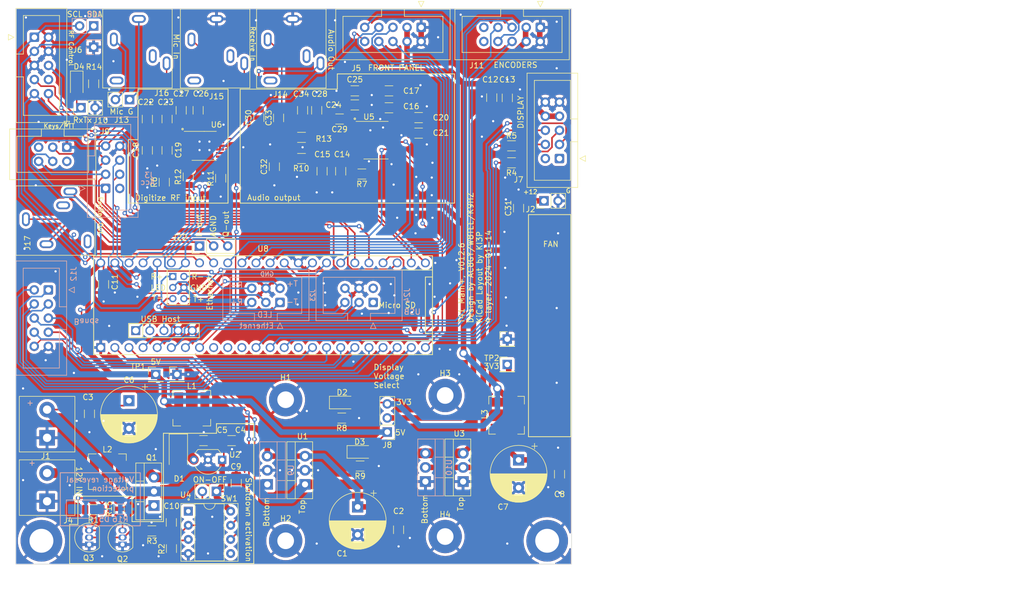
<source format=kicad_pcb>
(kicad_pcb (version 20221018) (generator pcbnew)
  (layers (0 "F.Cu" signal) (1 "In1.Cu" signal) (2 "In2.Cu" signal) (31 "B.Cu" signal) (34 "B.Paste" user) (35 "F.Paste" user) (36 "B.SilkS" user "B.Silkscreen") (37 "F.SilkS" user "F.Silkscreen") (38 "B.Mask" user) (39 "F.Mask" user) (44 "Edge.Cuts" user))
  (net 0 "")
  (net 1 "Net-(U1-VO)")
  (net 2 "GND")
  (net 3 "+12V")
  (net 4 "Net-(U2-VO)")
  (net 5 "Net-(D1-K)")
  (net 6 "Net-(U4-XTAL1{slash}PB3)")
  (net 7 "+5V")
  (net 8 "Net-(J7-Pin_7)")
  (net 9 "+3V3")
  (net 10 "Net-(U5-LDOO)")
  (net 11 "Net-(U6-VREF)")
  (net 12 "Net-(U5-VNEG)")
  (net 13 "Net-(U5-CAPP)")
  (net 14 "Net-(U5-CAPM)")
  (net 15 "Net-(C30-Pad1)")
  (net 16 "Net-(C30-Pad2)")
  (net 17 "Net-(C33-Pad1)")
  (net 18 "Net-(C33-Pad2)")
  (net 19 "Net-(D1-A)")
  (net 20 "Net-(D2-K)")
  (net 21 "Net-(D3-K)")
  (net 22 "Net-(D4-K)")
  (net 23 "/RXTX")
  (net 24 "/SCL1")
  (net 25 "/INT1")
  (net 26 "/SDA1")
  (net 27 "/INT2")
  (net 28 "/Matrix")
  (net 29 "Net-(J5-Pin_10)")
  (net 30 "/Xmit Mode")
  (net 31 "/CW on{slash}off")
  (net 33 "/Cal")
  (net 36 "/SCLK")
  (net 37 "Net-(J7-Pin_4)")
  (net 38 "Net-(J7-Pin_5)")
  (net 39 "/C{slash}S")
  (net 41 "/PTT in")
  (net 42 "/Key2 in")
  (net 44 "/Key1 in")
  (net 45 "Net-(J11-Pin_5)")
  (net 46 "Net-(J11-Pin_6)")
  (net 47 "Net-(J11-Pin_7)")
  (net 48 "Net-(J11-Pin_8)")
  (net 51 "/BAND0 (80m)")
  (net 52 "/BAND1 (40m)")
  (net 53 "/BAND2 (20m)")
  (net 54 "/BAND3 (15m)")
  (net 55 "/SDA2")
  (net 56 "/FOR")
  (net 57 "/SCL2")
  (net 58 "/REF")
  (net 59 "+12P")
  (net 60 "/SCL")
  (net 61 "Net-(Q2-D)")
  (net 62 "Net-(Q3-G)")
  (net 63 "/MISO")
  (net 64 "/MOSI")
  (net 65 "/CLK")
  (net 66 "Net-(U6-SCKI)")
  (net 67 "Net-(U5-XSMT)")
  (net 68 "Net-(U5-OUTR)")
  (net 69 "/BCK")
  (net 70 "Net-(U6-BCK)")
  (net 71 "/LRCK")
  (net 72 "Net-(U6-LRCK)")
  (net 73 "Net-(U5-OUTL)")
  (net 76 "/BEGIN TEENSY SHUTDOWN")
  (net 77 "/TEENSY SHUTDOWN COMPLETE")
  (net 78 "/DAUDIO_OUT")
  (net 79 "/ADC_IN")
  (net 80 "Net-(U6-VIN_L)")
  (net 81 "Net-(U6-VIN_R)")
  (net 82 "/Tx")
  (net 83 "/Rx")
  (net 86 "/SDA")
  (net 87 "Net-(D5-A)")
  (net 88 "/A21")
  (net 89 "Net-(J13-Pin_1)")
  (net 90 "Net-(J13-Pin_2)")
  (net 91 "/A22")
  (net 93 "Net-(J22-Pin_3)")
  (net 94 "Net-(J22-Pin_2)")
  (net 95 "Net-(U10-VO)")
  (net 98 "Net-(J24-Pin_5)")
  (net 99 "/T-")
  (net 100 "/T+")
  (net 101 "/LED")
  (net 102 "/R+")
  (net 103 "/R-")
  (net 104 "/D-")
  (net 105 "/D+")
  (net 114 "Net-(J22-Pin_1)")
  (footprint "Connector_IDC:IDC-Header_2x05_P2.54mm_Vertical" (layer "F.Cu") (at 144.3736 53.34 -90)
    (fp_text reference "J11")
    (fp_text value "ENCODER")
  )
  (footprint "Capacitor_SMD:C_1206_3216Metric" (layer "F.Cu") (at 108.253 69.85 180)
    (fp_text reference "C29")
    (fp_text value "2.2uF 16V")
  )
  (footprint "Inductor_SMD:L_Bourns-SRN6028" (layer "F.Cu") (at 138.303 123.19 90)
    (fp_text reference "L3")
    (fp_text value "10uH 20%")
  )
  (footprint "MountingHole:MountingHole_3mm_Pad" (layer "F.Cu") (at 127.254 145.034)
    (fp_text reference "H4")
    (fp_text value "~")
  )
  (footprint "Resistor_SMD:R_1206_3216Metric" (layer "F.Cu") (at 139.192 74.676)
    (fp_text reference "R5")
    (fp_text value "220R")
  )
  (footprint "Resistor_SMD:R_1206_3216Metric" (layer "F.Cu") (at 78 147.2 -90)
    (fp_text reference "R2")
    (fp_text value "10K")
  )
  (footprint "Connector_IDC:IDC-Header_2x05_P2.54mm_Vertical" (layer "F.Cu") (at 53.34 55.118)
    (fp_text reference "J6")
    (fp_text value "RF CONTROL")
  )
  (footprint "Package_TO_SOT_THT:TO-92_Inline" (layer "F.Cu") (at 63.2 146.47 90)
    (fp_text reference "Q3")
    (fp_text value "2N7000")
  )
  (footprint "Connector_IDC:IDC-Header_2x05_P2.54mm_Vertical" (layer "F.Cu") (at 147.8185 76.962 180)
    (fp_text reference "J7")
    (fp_text value "Display")
  )
  (footprint "T41_Library:PinHeader_1x02_P5.08mm_Vertical" (layer "F.Cu") (at 55.626 127.254 180)
    (fp_text reference "J1")
    (fp_text value "+12V")
  )
  (footprint "MountingHole:MountingHole_4.3mm_M4_DIN965_Pad" (layer "F.Cu") (at 145.61 145.796)
    (fp_text reference "H6" hide)
    (fp_text value "~")
  )
  (footprint "MountingHole:MountingHole_4.3mm_M4_DIN965_Pad" (layer "F.Cu") (at 54.61 145.796)
    (fp_text reference "H5" hide)
    (fp_text value "~")
  )
  (footprint "Capacitor_SMD:C_1206_3216Metric" (layer "F.Cu") (at 88.822 127.762)
    (fp_text reference "C4")
    (fp_text value "10uF 16V")
  )
  (footprint "Capacitor_SMD:C_1206_3216Metric" (layer "F.Cu") (at 63.246 122.936 -90)
    (fp_text reference "C3")
    (fp_text value "0.1uF 50V")
  )
  (footprint "Package_SO:TSSOP-14_4.4x5mm_P0.65mm" (layer "F.Cu") (at 83.8885 74.676)
    (fp_text reference "U6")
    (fp_text value "PCM1808PW")
  )
  (footprint "Capacitor_SMD:C_1206_3216Metric" (layer "F.Cu") (at 117.143 64.77 180)
    (fp_text reference "C17")
    (fp_text value "10uF 16V")
  )
  (footprint "Capacitor_SMD:C_1206_3216Metric" (layer "F.Cu") (at 83.771 127.762)
    (fp_text reference "C5")
    (fp_text value "1uF 50V")
  )
  (footprint "Capacitor_SMD:C_1206_3216Metric" (layer "F.Cu") (at 104.14 68.277 90)
    (fp_text reference "C28")
    (fp_text value "2.2uF 16V")
  )
  (footprint "T41_Library:Jack_3.5mm_STX-3081_Horizontal" (layer "F.Cu") (at 51.816 87.884 -90)
    (fp_text reference "J17")
    (fp_text value "Ex_Out")
  )
  (footprint "Connector_PinHeader_2.54mm:PinHeader_1x01_P2.54mm_Vertical" (layer "F.Cu") (at 138.43 109.474)
    (fp_text reference "J20" hide)
    (fp_text value "Conn_01x01")
  )
  (footprint "Connector_IDC:IDC-Header_2x05_P2.54mm_Vertical" (layer "F.Cu") (at 122.936 53.34 -90)
    (fp_text reference "J5")
    (fp_text value "Front Panel")
  )
  (footprint "T41_Library:PinHeader_1x02_P5.08mm_Vertical" (layer "F.Cu") (at 55.626 138.684 180)
    (fp_text reference "J4")
    (fp_text value "12-13.8V")
  )
  (footprint "T41_Library:Jack_3.5mm_STX-3081_Horizontal" (layer "F.Cu") (at 99.822 51.816 180)
    (fp_text reference "J14")
    (fp_text value "Rec_Out")
  )
  (footprint "Inductor_SMD:L_Bourns-SRN6028" (layer "F.Cu") (at 66.474 133.35 180)
    (fp_text reference "L2")
    (fp_text value "10uH 20%")
  )
  (footprint "MountingHole:MountingHole_3mm_Pad" (layer "F.Cu") (at 98.552 120.396)
    (fp_text reference "H1")
    (fp_text value "~")
  )
  (footprint "Capacitor_SMD:C_1206_3216Metric" (layer "F.Cu") (at 77.978 142.494 90)
    (fp_text reference "C10")
    (fp_text value "0.1uF 50V")
  )
  (footprint "Resistor_SMD:R_1206_3216Metric" (layer "F.Cu") (at 101.4075 73.152)
    (fp_text reference "R13")
    (fp_text value "470R")
  )
  (footprint "Connector_PinHeader_2.54mm:PinHeader_1x01_P2.54mm_Vertical" (layer "F.Cu") (at 78.994 115.824)
    (fp_text reference "J21" hide)
    (fp_text value "Conn_01x01")
  )
  (footprint "T41_Library:Teensy41" (layer "F.Cu") (at 94.488 103.378)
    (fp_text reference "U8")
    (fp_text value "Teensy4.1")
  )
  (footprint "Resistor_SMD:R_1206_3216Metric" (layer "F.Cu") (at 81.026 80.264 90)
    (fp_text reference "R12")
    (fp_text value "100R")
  )
  (footprint "Capacitor_SMD:C_1206_3216Metric" (layer "F.Cu") (at 93.726 69.596 90)
    (fp_text reference "C30")
    (fp_text value "10uF 16V")
  )
  (footprint "Capacitor_SMD:C_1206_3216Metric" (layer "F.Cu") (at 110.998 64.77 180)
    (fp_text reference "C25")
    (fp_text value "10uF 16V")
  )
  (footprint "Capacitor_SMD:C_1206_3216Metric" (layer "F.Cu") (at 73.66 75.487 -90)
    (fp_text reference "C18")
    (fp_text value "10uF 16V")
  )
  (footprint "Capacitor_SMD:C_1206_3216Metric" (layer "F.Cu") (at 82.804 68.277 90)
    (fp_text reference "C26")
    (fp_text value "0.1uF 50V")
  )
  (footprint "MountingHole:MountingHole_3mm_Pad" (layer "F.Cu") (at 127.254 119.634)
    (fp_text reference "H3")
    (fp_text value "~")
  )
  (footprint "Package_SO:TSSOP-20_4.4x6.5mm_P0.65mm" (layer "F.Cu") (at 114.808 73.66)
    (fp_text reference "U5")
    (fp_text value "PCM5102")
  )
  (footprint "Connector_IDC:IDC-Header_2x03_P2.54mm_Vertical" (layer "F.Cu") (at 59.182 74.93 -90)
    (fp_text reference "J9")
    (fp_text value "Keys/PTT")
  )
  (footprint "Connector_PinHeader_2.54mm:PinHeader_1x02_P2.54mm_Vertical" (layer "F.Cu") (at 61.722 67.818 90)
    (fp_text reference "J10")
    (fp_text value "Conn_01x02")
  )
  (footprint "Capacitor_SMD:C_1206_3216Metric" (layer "F.Cu") (at 89.662 135.431 90)
    (fp_text reference "C9")
    (fp_text value "0.1uF 50V")
  )
  (footprint "Resistor_SMD:R_1206_3216Metric" (layer "F.Cu") (at 64.008 63.5 90)
    (fp_text reference "R14")
    (fp_text value "1K")
  )
  (footprint "Resistor_SMD:R_1206_3216Metric" (layer "F.Cu") (at 112.268 79.756 180)
    (fp_text reference "R7")
    (fp_text value "2K2")
  )
  (footprint "Capacitor_SMD:C_1206_3216Metric" (layer "F.Cu") (at 101.6 68.277 90)
    (fp_text reference "C34")
    (fp_text value "2.2nF")
  )
  (footprint "Package_TO_SOT_THT:TO-220-3_Vertical" (layer "F.Cu") (at 102.037 135.636 90)
    (fp_text reference "U1")
    (fp_text value "LM7805CT")
  )
  (footprint "Resistor_SMD:R_1206_3216Metric" (layer "F.Cu") (at 76.708 81.2185 90)
    (fp_text reference "R6")
    (fp_text value "100R")
  )
  (footprint "Resistor_SMD:R_1206_3216Metric" (layer "F.Cu") (at 101.4075 76.962)
    (fp_text reference "R10")
    (fp_text value "470R")
  )
  (footprint "Resistor_SMD:R_1206_3216Metric" (layer "F.Cu") (at 68.6 140.0375 90)
    (fp_text reference "R15")
    (fp_text value "150R")
  )
  (footprint "Capacitor_SMD:C_1206_3216Metric" (layer "F.Cu") (at 105.108 79.248 -90)
    (fp_text reference "C15")
    (fp_text value "10uF 16V")
  )
  (footprint "Capacitor_SMD:C_1206_3216Metric" (layer "F.Cu") (at 65.786 99.617 -90)
    (fp_text reference "C11")
    (fp_text value "0.1uF 50V")
  )
  (footprint "Diode_SMD:D_SMA" (layer "F.Cu") (at 79.248 130.08 -90)
    (fp_text reference "D1")
    (fp_text value "1N4007")
  )
  (footprint "Package_TO_SOT_THT:TO-92_Inline" (layer "F.Cu") (at 69.2 146.47 90)
    (fp_text reference "Q2")
    (fp_text value "2N7000")
  )
  (footprint "Capacitor_SMD:C_1206_3216Metric" (layer "F.Cu") (at 147.828 133.809 -90)
    (fp_text reference "C8")
    (fp_text value "0.1uF 50V")
  )
  (footprint "Capacitor_SMD:C_1206_3216Metric" (layer "F.Cu") (at 140.462 85.901 90)
    (fp_text reference "C31")
    (fp_text value "0.1uF 50V")
  )
  (footprint "Inductor_SMD:L_Bourns-SRN6028" (layer "F.Cu") (at 81.664 121.92 180)
    (fp_text reference "L1")
    (fp_text value "10uH 20%")
  )
  (footprint "Package_TO_SOT_THT:TO-220-3_Vertical" (layer "F.Cu") (at 74.859 139.446 90)
    (fp_text reference "Q1")
    (fp_text value "IRF4905")
  )
  (footprint "Capacitor_SMD:C_1206_3216Metric" (layer "F.Cu") (at 97.282 69.645 90)
    (fp_text reference "C33")
    (fp_text value "10uF 16V")
  )
  (footprint "Capacitor_SMD:C_1206_3216Metric" (layer "F.Cu") (at 122.477 72.39)
    (fp_text reference "C21")
    (fp_text value "10uF 16V")
  )
  (footprint "Connector_PinHeader_2.54mm:PinHeader_1x03_P2.54mm_Vertical" (layer "F.Cu") (at 83.058 92.71 90)
    (fp_text reference "J22")
    (fp_text value "Header")
  )
  (footprint "Connector_PinHeader_2.54mm:PinHeader_1x01_P2.54mm_Vertical" (layer "F.Cu") (at 75.184 115.824)
    (fp_text reference "TP1")
    (fp_text value "TestPoint")
  )
  (footprint "Connector_PinHeader_2.54mm:PinHeader_1x02_P2.54mm_Vertical" (layer "F.Cu") (at 86.106 136.906 -90)
    (fp_text reference "SW1")
    (fp_text value "ON-OFF BUTTON")
  )
  (footprint "Diode_SMD:D_1206_3216Metric" (layer "F.Cu") (at 108.712 120.904)
    (fp_text reference "D2")
    (fp_text value "LED")
  )
  (footprint "T41_Library:Jack_3.5mm_STX-3081_Horizontal" (layer "F.Cu") (at 86.106 51.816 180)
    (fp_text reference "J15")
    (fp_text value "Rec_In")
  )
  (footprint "Connector_PinHeader_2.54mm:PinHeader_1x01_P2.54mm_Vertical" (layer "F.Cu") (at 138.43 114.046)
    (fp_text reference "TP2")
    (fp_text value "TestPoint")
  )
  (footprint "MountingHole:MountingHole_3mm_Pad" (layer "F.Cu") (at 98.552 145.796)
    (fp_text reference "H2")
    (fp_text value "~")
  )
  (footprint "T41_Library:Jack_3.5mm_STX-3081_Horizontal" (layer "F.Cu") (at 72.136 51.816 180)
    (fp_text reference "J16")
    (fp_text value "Mic_In")
  )
  (footprint "Diode_SMD:D_1206_3216Metric" (layer "F.Cu") (at 111.884 129.794)
    (fp_text reference "D3")
    (fp_text value "LED")
  )
  (footprint "Capacitor_SMD:C_1206_3216Metric" (layer "F.Cu") (at 108.458 79.248 -90)
    (fp_text reference "C14")
    (fp_text value "0.1uF 50V")
  )
  (footprint "Diode_SMD:D_1206_3216Metric" (layer "F.Cu") (at 60.96 63.5 -90)
    (fp_text reference "D4")
    (fp_text value "LED")
  )
  (footprint "Capacitor_SMD:C_1206_3216Metric" (layer "F.Cu") (at 79.756 68.277 90)
    (fp_text reference "C27")
    (fp_text value "10uF 16V")
  )
  (footprint "Capacitor_SMD:C_1206_3216Metric" (layer "F.Cu") (at 110.998 67.31 180)
    (fp_text reference "C24")
    (fp_text value "0.1uF 50V")
  )
  (footprint "Capacitor_THT:CP_Radial_D10.0mm_P5.00mm" (layer "F.Cu") (at 140.462 131.236323 -90)
    (fp_text reference "C7")
    (fp_text value "470uF 25V")
  )
  (footprint "Resistor_SMD:R_1206_3216Metric" (layer "F.Cu") (at 86.868 80.518 90)
    (fp_text reference "R11")
    (fp_text value "100R")
  )
  (footprint "Connector_PinHeader_2.54mm:PinHeader_1x03_P2.54mm_Vertical" (layer "F.Cu") (at 116.84 126.223 180)
    (fp_text reference "J8")
    (fp_text value "Display Voltage")
  )
  (footprint "Resistor_SMD:R_1206_3216Metric" (layer "F.Cu") (at 74.4835 144.018 180)
    (fp_text reference "R3")
    (fp_text value "1K")
  )
  (footprint "Package_TO_SOT_THT:TO-92_Inline_Wide" (layer "F.Cu") (at 87.122 131.212 180)
    (fp_text reference "U2")
    (fp_text value "AP7384-50V")
  )
  (footprint "Capacitor_SMD:C_1206_3216Metric" (layer "F.Cu") (at 96.52 78.437 90)
    (fp_text reference "C32")
    (fp_text value "2.2nF")
  )
  (footprint "Package_DIP:DIP-8_W7.62mm_Socket" (layer "F.Cu") (at 81.036 140.472)
    (fp_text reference "U4")
    (fp_text value "ATtiny85-20S")
  )
  (footprint "Capacitor_SMD:C_1206_3216Metric" (layer "F.Cu") (at 122.477 69.596)
    (fp_text reference "C20")
    (fp_text value "0.1uF 50V")
  )
  (footprint "Capacitor_THT:CP_Radial_D10.0mm_P5.00mm" (layer "F.Cu") (at 70.358 120.568323 -90)
    (fp_text reference "C6")
    (fp_text value "470uF 25V")
  )
  (footprint "Resistor_SMD:R_1206_3216Metric" (layer "F.Cu") (at 111.9525 132.334 180)
    (fp_text reference "R9")
    (fp_text value "1K")
  )
  (footprint "Resistor_SMD:R_1206_3216Metric" (layer "F.Cu") (at 108.6505 123.698 180)
    (fp_text reference "R8")
    (fp_text value "1K")
  )
  (footprint "Capacitor_SMD:C_1206_3216Metric" (layer "F.Cu") (at 73.66 69.85 90)
    (fp_text reference "C22")
    (fp_text value "10uF 16V")
  )
  (footprint "Capacitor_SMD:C_1206_3216Metric" (layer "F.Cu") (at 138.43 66.04 90)
    (fp_text reference "C13")
    (fp_text value "0.1uF 50V")
  )
  (footprint "Resistor_SMD:R_1206_3216Metric" (layer "F.Cu") (at 139.192 77.724 180)
    (fp_text reference "R4")
    (fp_text value "220R")
  )
  (footprint "Package_TO_SOT_THT:TO-220-3_Vertical" (layer "F.Cu") (at 130.485 135.128 90)
    (fp_text reference "U3")
    (fp_text value "LM1117T-3.3")
  )
  (footprint "Resistor_SMD:R_1206_3216Metric" (layer "F.Cu") (at 63.9375 140.2 180)
    (fp_text reference "R1")
    (fp_text value "10K")
  )
  (footprint "Capacitor_SMD:C_1206_3216Metric" (layer "F.Cu") (at 77.216 75.487 -90)
    (fp_text reference "C19")
    (fp_text value "0.1uF 50V")
  )
  (footprint "Capacitor_SMD:C_1206_3216Metric" (layer "F.Cu") (at 77.216 69.85 90)
    (fp_text reference "C23")
    (fp_text value "0.1uF 50V")
  )
  (footprint "Connector_PinHeader_2.54mm:PinHeader_1x02_P2.54mm_Vertical" (layer "F.Cu") (at 70.4646 66.3448 -90)
    (fp_text reference "J13")
    (fp_text value "Header")
  )
  (footprint "Capacitor_SMD:C_1206_3216Metric" (layer "F.Cu") (at 135.636 65.991 90)
    (fp_text reference "C12")
    (fp_text value "10uF 16V")
  )
  (footprint "Capacitor_SMD:C_1206_3216Metric" (layer "F.Cu") (at 118.872 143.813 -90)
    (fp_text reference "C2")
    (fp_text value "0.1uF 50V")
  )
  (footprint "Capacitor_THT:CP_Radial_D10.0mm_P5.00mm" (layer "F.Cu") (at 111.506 139.7 -90)
    (fp_text reference "C1")
    (fp_text value "470uF 25V")
  )
  (footprint "Capacitor_SMD:C_1206_3216Metric" (layer "F.Cu") (at 117.143 67.818 180)
    (fp_text reference "C16")
    (fp_text value "0.1uF 50V")
  )
  (footprint "Connector_PinHeader_2.54mm:PinHeader_1x02_P2.54mm_Vertical" (layer "F.Cu") (at 145.029 84.582 90)
    (fp_text reference "J2")
    (fp_text value "Fan1")
  )
  (footprint "Connector_IDC:IDC-Header_2x03_P2.54mm_Vertical" (layer "B.Cu") (at 114.3 102.87 90)
    (fp_text reference "J24")
    (fp_text value "USBHost")
  )
  (footprint "Connector_PinHeader_2.54mm:PinHeader_1x01_P2.54mm_Vertical" (layer "B.Cu") (at 64.008 56.896)
    (fp_text reference "J19" hide)
    (fp_text value "Conn_01x01")
  )
  (footprint "Diode_SMD:D_SMA" (layer "B.Cu") (at 62.6 140.1)
    (fp_text reference "D5")
    (fp_text value "10V")
  )
  (footprint "Package_TO_SOT_THT:TO-220-3_Vertical" (layer "B.Cu") (at 123.698 135.128 90)
    (fp_text reference "U10")
    (fp_text value "LM1117T-3.3")
  )
  (footprint "Connector_IDC:IDC-Header_2x03_P2.54mm_Vertical" (layer "B.Cu") (at 97.536 102.87 90)
    (fp_text reference "J23")
    (fp_text value "Ethernet")
  )
  (footprint "Connector_PinHeader_2.54mm:PinHeader_1x02_P2.54mm_Vertical" (layer "B.Cu") (at 64.013 53.086 90)
    (fp_text reference "J18")
    (fp_text value "Conn_01x02")
  )
  (footprint "Connector_IDC:IDC-Header_2x05_P2.54mm_Vertical" (layer "B.Cu") (at 55.8525 100.62 180)
    (fp_text reference "J12")
    (fp_text value "BANDS")
  )
  (footprint "Resistor_SMD:R_1206_3216Metric" (layer "B.Cu") (at 68.8 140.1)
    (fp_text reference "R16")
    (fp_text value "100k")
  )
  (footprint "Connector_IDC:IDC-Header_2x04_P2.54mm_Vertical" (layer "B.Cu") (at 66.16 82.34)
    (fp_text reference "J3")
    (fp_text value "Acc")
  )
  (footprint "Package_TO_SOT_THT:TO-220-3_Vertical" (layer "B.Cu") (at 95.25 135.636 90)
    (fp_text reference "U9")
    (fp_text value "LM7805CT")
  )
  (gr_rect (start 58 133.5472) (end 72.4 143.1) (stroke (width 0.15)) (fill none) (layer "B.SilkS"))
  (gr_line (start 128.9304 61.722) (end 128.9304 84.9884) (stroke (width 0.15)) (layer "F.SilkS"))
  (gr_rect (start 142.24 87.061) (end 149.86 127.061) (stroke (width 0.15)) (fill none) (layer "F.SilkS"))
  (gr_line (start 88.1888 64.4652) (end 71.9836 64.4652) (stroke (width 0.15)) (layer "F.SilkS"))
  (gr_line (start 92.8116 124.714) (end 86.106 124.714) (stroke (width 0.15)) (layer "F.SilkS"))
  (gr_line (start 70.9168 142.3416) (end 70.9168 137.7696) (stroke (width 0.15)) (layer "F.SilkS"))
  (gr_line (start 76.5556 142.3416) (end 70.9168 142.3416) (stroke (width 0.15)) (layer "F.SilkS"))
  (gr_circle (center 81.1 138.358579) (end 81.2 138.458579) (stroke (width 0.15)) (fill none) (layer "F.SilkS"))
  (gr_line (start 107.8484 61.722) (end 128.9304 61.722) (stroke (width 0.15)) (layer "F.SilkS"))
  (gr_line (start 88.1888 84.9884) (end 88.1888 64.4652) (stroke (width 0.15)) (layer "F.SilkS"))
  (gr_line (start 76.5556 126.4412) (end 76.5556 142.3416) (stroke (width 0.15)) (layer "F.SilkS"))
  (gr_line (start 128.9304 84.9884) (end 90.3732 84.9884) (stroke (width 0.15)) (layer "F.SilkS"))
  (gr_line (start 59.69 142.8496) (end 59.69 149.9108) (stroke (width 0.15)) (layer "F.SilkS"))
  (gr_line (start 86.106 126.4412) (end 76.5556 126.4412) (stroke (width 0.15)) (layer "F.SilkS"))
  (gr_line (start 92.8116 149.9108) (end 92.8116 124.714) (stroke (width 0.15)) (layer "F.SilkS"))
  (gr_circle (center 111 69.8) (end 111.1 69.9) (stroke (width 0.15)) (fill none) (layer "F.SilkS"))
  (gr_circle (center 80 71.658579) (end 80.1 71.758579) (stroke (width 0.15)) (fill none) (layer "F.SilkS"))
  (gr_line (start 86.106 124.714) (end 86.106 126.4412) (stroke (width 0.15)) (layer "F.SilkS"))
  (gr_line (start 70.9168 137.7696) (end 61.1632 137.7696) (stroke (width 0.15)) (layer "F.SilkS"))
  (gr_line (start 61.1632 137.7696) (end 61.1632 142.8496) (stroke (width 0.15)) (layer "F.SilkS"))
  (gr_line (start 70.2564 73.5584) (end 70.2564 84.9884) (stroke (width 0.15)) (layer "F.SilkS"))
  (gr_line (start 90.3732 64.4652) (end 107.8484 64.4652) (stroke (width 0.15)) (layer "F.SilkS"))
  (gr_line (start 71.9836 64.4652) (end 71.9836 73.5584) (stroke (width 0.15)) (layer "F.SilkS"))
  (gr_line (start 61.1632 142.8496) (end 59.69 142.8496) (stroke (width 0.15)) (layer "F.SilkS"))
  (gr_line (start 59.69 149.9108) (end 92.8116 149.9108) (stroke (width 0.15)) (layer "F.SilkS"))
  (gr_line (start 107.8484 64.4652) (end 107.8484 61.722) (stroke (width 0.15)) (layer "F.SilkS"))
  (gr_line (start 71.9836 73.5584) (end 70.2564 73.5584) (stroke (width 0.15)) (layer "F.SilkS"))
  (gr_line (start 90.3732 84.9884) (end 90.3732 64.4652) (stroke (width 0.15)) (layer "F.SilkS"))
  (gr_line (start 70.2564 84.9884) (end 88.1888 84.9884) (stroke (width 0.15)) (layer "F.SilkS"))
  (gr_rect (start 50 50) (end 150 150) (stroke (width 0.1)) (fill none) (layer "Edge.Cuts"))
  (gr_text "T-" (at 100.838 103.378) (layer "B.SilkS") (effects (font (size 1 1)) (justify left bottom mirror)))
  (gr_text "R-" (at 90.932 100.33) (layer "B.SilkS") (effects (font (size 1 1)) (justify left bottom mirror)))
  (gr_text "GND" (at 96.52 98.2472) (layer "B.SilkS") (effects (font (size 0.8 0.8)) (justify left bottom mirror)))
  (gr_text "+" (at 53.6448 132.334) (layer "B.SilkS") (effects (font (size 1 1)) (justify left bottom mirror)))
  (gr_text "Ethernet" (at 96.52 107.6452) (layer "B.SilkS") (effects (font (size 1 1)) (justify left bottom mirror)))
  (gr_text "LED" (at 96.266 105.664) (layer "B.SilkS") (effects (font (size 1 1)) (justify left bottom mirror)))
  (gr_text "Acc" (at 75.0824 81.788) (layer "B.SilkS") (effects (font (size 1 1)) (justify left bottom mirror)))
  (gr_text "Bands" (at 60.3504 105.7148 180) (layer "B.SilkS") (effects (font (size 1 1)) (justify left bottom mirror)))
  (gr_text "T+" (at 100.838 100.076) (layer "B.SilkS") (effects (font (size 1 1)) (justify left bottom mirror)))
  (gr_text "+" (at 53.2892 121.5136) (layer "B.SilkS") (effects (font (size 1 1)) (justify left bottom mirror)))
  (gr_text "USB" (at 122.936 105.156) (layer "B.SilkS") (effects (font (size 1 1)) (justify left bottom mirror)))
  (gr_text "R+" (at 90.932 103.378) (layer "B.SilkS") (effects (font (size 1 1)) (justify left bottom mirror)))
  (gr_text "Voltage reversal\nprotection" (at 71.374 136.9568) (layer "B.SilkS") (effects (font (size 1 1)) (justify left bottom mirror)))
  (gr_text "DISPLAY" (at 141.4272 71.6788 90) (layer "F.SilkS") (effects (font (size 1 1)) (justify left bottom)))
  (gr_text "RxTx" (at 60.198 70.612) (layer "F.SilkS") (effects (font (size 1 1)) (justify left bottom)))
  (gr_text "FAN" (at 144.78 92.964) (layer "F.SilkS") (effects (font (size 1 1)) (justify left bottom)))
  (gr_text "5V" (at 118.17 126.888) (layer "F.SilkS") (effects (font (size 1 1)) (justify left bottom)))
  (gr_text "Q-out" (at 88.392 91.186 90) (layer "F.SilkS") (effects (font (size 1 1)) (justify left bottom)))
  (gr_text "12V IN" (at 60.8076 132.334 -90) (layer "F.SilkS") (effects (font (size 1 1)) (justify left bottom)))
  (gr_text "R-" (at 81.534 98.806) (layer "F.SilkS") (effects (font (size 1 1)) (justify left bottom)))
  (gr_text "I-out" (at 83.566 91.186 90) (layer "F.SilkS") (effects (font (size 1 1)) (justify left bottom)))
  (gr_text "Shutdown activation" (at 91.2876 134.3152 -90) (layer "F.SilkS") (effects (font (size 1 1)) (justify left bottom)))
  (gr_text "Display\nVoltage\nSelect" (at 114.3 118.364) (layer "F.SilkS") (effects (font (size 1 1)) (justify left bottom)))
  (gr_text "T41 Main+, V012.6\nDesign by AC8GY/W8TEE/K9HZ\nKiCad Layout by KI3P\n4 layer, 2024-01-14\n" (at 135.636 106.68 90) (layer "F.SilkS") (effects (font (size 1 1)) (justify left bottom)))
  (gr_text "RF Control" (at 59.4868 53.7464 -90) (layer "F.SilkS") (effects (font (size 0.8 0.8)) (justify left bottom)))
  (gr_text "Audio Out" (at 106.172 53.594 -90) (layer "F.SilkS") (effects (font (size 1 1)) (justify left bottom)))
  (gr_text "3V3" (at 118.364 121.412) (layer "F.SilkS") (effects (font (size 1 1)) (justify left bottom)))
  (gr_text "Audio output" (at 91.5416 84.582) (layer "F.SilkS") (effects (font (size 1 1)) (justify left bottom)))
  (gr_text "Receive In" (at 92.202 53.086 270) (layer "F.SilkS") (effects (font (size 0.8 0.8)) (justify left bottom)))
  (gr_text "AGND" (at 86.106 91.186 90) (layer "F.SilkS") (effects (font (size 1 1)) (justify left bottom)))
  (gr_text "T-" (at 74.422 102.616) (layer "F.SilkS") (effects (font (size 1 1)) (justify left bottom)))
  (gr_text "G" (at 148.899 83.252) (layer "F.SilkS") (effects (font (size 0.8 0.8)) (justify left bottom)))
  (gr_text "R+" (at 74.168 98.806) (layer "F.SilkS") (effects (font (size 1 1)) (justify left bottom)))
  (gr_text "GND" (at 81.28 100.838) (layer "F.SilkS") (effects (font (size 1 1)) (justify left bottom)))
  (gr_text "+12" (at 141.224 83.439) (layer "F.SilkS") (effects (font (size 0.8 0.8)) (justify left bottom)))
  (gr_text "Digitize RF input" (at 71.374 84.6328) (layer "F.SilkS") (effects (font (size 1 1)) (justify left bottom)))
  (gr_text "3V3" (at 134.112 114.935) (layer "F.SilkS") (effects (font (size 1 1)) (justify left bottom)))
  (gr_text "Keys/PTT" (at 54.9148 71.5772) (layer "F.SilkS") (effects (font (size 0.8 0.8)) (justify left bottom)))
  (gr_text "Exciter Out" (at 64.77 83.7184 270) (layer "F.SilkS") (effects (font (size 0.8 0.8)) (justify left bottom)))
  (gr_text "T+" (at 81.788 102.87) (layer "F.SilkS") (effects (font (size 1 1)) (justify left bottom)))
  (gr_text "5V" (at 74.168 114.173) (layer "F.SilkS") (effects (font (size 1 1)) (justify left bottom)))
  (gr_text "Bottom\n\n\n\n   Top" (at 130.6068 142.8496 90) (layer "F.SilkS") (effects (font (size 1 1)) (justify left bottom)))
  (gr_text "LED" (at 74.168 100.838) (layer "F.SilkS") (effects (font (size 1 1)) (justify left bottom)))
  (gr_text "ON-OFF" (at 81.788 135.382) (layer "F.SilkS") (effects (font (size 1 1)) (justify left bottom)))
  (gr_text "FRONT PANEL" (at 113.284 61.214) (layer "F.SilkS") (effects (font (size 1 1)) (justify left bottom)))
  (gr_text "Bottom\n\n\n\n   Top" (at 102.108 143.3576 90) (layer "F.SilkS") (effects (font (size 1 1)) (justify left bottom)))
  (gr_text "Mic G" (at 66.802 69.088) (layer "F.SilkS") (effects (font (size 1 1)) (justify left bottom)))
  (gr_text "SCL SDA" (at 59.1312 51.562) (layer "F.SilkS") (effects (font (size 1 1)) (justify left bottom)))
  (gr_text "ENCODERS" (at 135.89 60.706) (layer "F.SilkS") (effects (font (size 1 1)) (justify left bottom)))
  (gr_text "Mic In" (at 78.2828 54.4068 -90) (layer "F.SilkS") (effects (font (size 1 1)) (justify left bottom)))
  (segment (start 111.506 139.7) (end 116.234 139.7) (width 1) (layer "F.Cu") (net 1))
  (segment (start 95.25 130.556) (end 95.25 127.508) (width 1) (layer "F.Cu") (net 1))
  (segment (start 95.25 127.508) (end 93.218 125.476) (width 1) (layer "F.Cu") (net 1))
  (segment (start 86.36 125.476) (end 84.024 123.14) (width 1) (layer "F.Cu") (net 1))
  (segment (start 116.234 139.7) (end 118.872 142.338) (width 1) (layer "F.Cu") (net 1))
  (segment (start 93.218 125.476) (end 86.36 125.476) (width 1) (layer "F.Cu") (net 1))
  (segment (start 95.25 130.556) (end 102.037 130.556) (width 1) (layer "F.Cu") (net 1))
  (segment (start 84.024 123.14) (end 84.024 121.92) (width 1) (layer "F.Cu") (net 1))
  (segment (start 105.41 130.556) (end 111.506 136.652) (width 1) (layer "B.Cu") (net 1))
  (segment (start 102.037 130.556) (end 105.41 130.556) (width 1) (layer "B.Cu") (net 1))
  (segment (start 111.506 136.652) (end 111.506 139.7) (width 1) (layer "B.Cu") (net 1))
  (segment (start 113.792 71.882) (end 113.792 72.035) (width 0.293) (layer "F.Cu") (net 2))
  (segment (start 114.147 72.035) (end 113.792 72.035) (width 0.293) (layer "F.Cu") (net 2))
  (segment (start 114.797 71.385) (end 114.147 72.035) (width 0.293) (layer "F.Cu") (net 2))
  (segment (start 81.026 73.376) (end 82.52 73.376) (width 0.293) (layer "F.Cu") (net 2))
  (segment (start 117.6705 73.335) (end 118.8045 73.335) (width 0.293) (layer "F.Cu") (net 2))
  (segment (start 122.936 55.88) (end 122.936 53.34) (width 1) (layer "F.Cu") (net 2))
  (segment (start 82.52 73.376) (end 83.058 73.914) (width 0.293) (layer "F.Cu") (net 2))
  (segment (start 117.6705 75.935) (end 118.48 75.935) (width 0.293) (layer "F.Cu") (net 2))
  (segment (start 119.126 76.581) (end 119.126 77.343) (width 0.293) (layer "F.Cu") (net 2))
  (segment (start 116.078 71.374) (end 116.067 71.385) (width 0.293) (layer "F.Cu") (net 2))
  (segment (start 112.682999 75.935) (end 113.792 74.825999) (width 0.293) (layer "F.Cu") (net 2))
  (segment (start 117.6705 71.385) (end 116.089 71.385) (width 0.293) (layer "F.Cu") (net 2))
  (segment (start 86.751 74.026) (end 84.948 74.026) (width 0.293) (layer "F.Cu") (net 2))
  (segment (start 111.9455 75.935) (end 112.682999 75.935) (width 0.293) (layer "F.Cu") (net 2))
  (segment (start 116.067 71.385) (end 114.797 71.385) (width 0.293) (layer "F.Cu") (net 2))
  (segment (start 144.272 53.34) (end 144.272 55.88) (width 1) (layer "F.Cu") (net 2))
  (segment (start 81.026 75.326) (end 82.946 75.326) (width 0.293) (layer "F.Cu") (net 2))
  (segment (start 119.126 77.343) (end 118.491 77.978) (width 0.293) (layer "F.Cu") (net 2))
  (segment (start 84.948 74.026) (end 84.836 73.914) (width 0.293) (layer "F.Cu") (net 2))
  (segment (start 118.48 75.935) (end 119.126 76.581) (width 0.293) (layer "F.Cu") (net 2))
  (segment (start 118.8045 73.335) (end 119.38 72.7595) (width 0.293) (layer "F.Cu") (net 2))
  (segment (start 116.089 71.385) (end 116.078 71.374) (width 0.293) (layer "F.Cu") (net 2))
  (segment (start 113.792 74.825999) (end 113.792 71.882) (width 0.293) (layer "F.Cu") (net 2))
  (segment (start 84.948 75.326) (end 84.836 75.438) (width 0.293) (layer "F.Cu") (net 2))
  (segment (start 86.751 75.326) (end 84.948 75.326) (width 0.293) (layer "F.Cu") (net 2))
  (segment (start 118.491 77.978) (end 117.602 77.978) (width 0.293) (layer "F.Cu") (net 2))
  (segment (start 82.946 75.326) (end 83.058 75.438) (width 0.293) (layer "F.Cu") (net 2))
  (segment (start 113.792 72.035) (end 111.9455 72.035) (width 0.293) (layer "F.Cu") (net 2))
  (via (at 116.078 71.374) (size 0.8) (drill 0.4) (layers "F.Cu" "B.Cu") (net 2))
  (via (at 138.049 80.391) (size 0.8) (drill 0.4) (layers "F.Cu" "B.Cu") (net 2))
  (via (at 137.922 90.17) (size 0.8) (drill 0.4) (layers "F.Cu" "B.Cu") (net 2))
  (via (at 60.452 115.57) (size 0.8) (drill 0.4) (layers "F.Cu" "B.Cu") (net 2))
  (via (at 59.69 135.8) (size 0.8) (drill 0.4) (layers "F.Cu" "B.Cu") (net 2))
  (via (at 122.047 83.566) (size 0.8) (drill 0.4) (layers "F.Cu" "B.Cu") (net 2))
  (via (at 65.8 102.7) (size 0.8) (drill 0.4) (layers "F.Cu" "B.Cu") (net 2))
  (via (at 147.32 60.706) (size 0.8) (drill 0.4) (layers "F.Cu" "B.Cu") (net 2))
  (via (at 96.52 81.788) (size 0.8) (drill 0.4) (layers "F.Cu" "B.Cu") (net 2))
  (via (at 71.882 101.854) (size 0.8) (drill 0.4) (layers "F.Cu" "B.Cu") (net 2))
  (via (at 88.9 129.286) (size 0.8) (drill 0.4) (layers "F.Cu" "B.Cu") (net 2))
  (via (at 128.143 99.441) (size 0.8) (drill 0.4) (layers "F.Cu" "B.Cu") (net 2))
  (via (at 138.303 107.061) (size 0.8) (drill 0.4) (layers "F.Cu" "B.Cu") (net 2))
  (via (at 117.094 104.775) (size 0.8) (drill 0.4) (layers "F.Cu" "B.Cu") (net 2))
  (via (at 140.716 64.516) (size 0.8) (drill 0.4) (layers "F.Cu" "B.Cu") (net 2))
  (via (at 101.6 74.93) (size 0.8) (drill 0.4) (layers "F.Cu" "B.Cu") (net 2))
  (via (at 66.294 69.85) (size 0.8) (drill 0.4) (layers "F.Cu" "B.Cu") (net 2))
  (via (at 63.246 126.238) (size 0.8) (drill 0.4) (layers "F.Cu" "B.Cu") (net 2))
  (via (at 138.43 62.738) (size 0.8) (drill 0.4) (layers "F.Cu" "B.Cu") (net 2))
  (via (at 130.048 51.054) (size 0.8) (drill 0.4) (layers "F.Cu" "B.Cu") (net 2))
  (via (at 66.8 107.1) (size 0.8) (drill 0.4) (layers "F.Cu" "B.Cu") (net 2))
  (via (at 51.816 51.562) (size 0.8) (drill 0.4) (layers "F.Cu" "B.Cu") (net 2))
  (via (at 111.76 123.698) (size 0.8) (drill 0.4) (layers "F.Cu" "B.Cu") (net 2))
  (via (at 84.582 148.082) (size 0.8) (drill 0.4) (layers "F.Cu" "B.Cu") (net 2))
  (via (at 122.428 115.824) (size 0.8) (drill 0.4) (layers "F.Cu" "B.Cu") (net 2))
  (via (at 51.562 93.218) (size 0.8) (drill 0.4) (layers "F.Cu" "B.Cu") (net 2))
  (via (at 79.756 65.024) (size 0.8) (drill 0.4) (layers "F.Cu" "B.Cu") (net 2))
  (via (at 60.96 124.206) (size 0.8) (drill 0.4) (layers "F.Cu" "B.Cu") (net 2))
  (via (at 95.758 74.422) (size 0.8) (drill 0.4) (layers "F.Cu" "B.Cu") (net 2))
  (via (at 106.934 83.058) (size 0.8) (drill 0.4) (layers "F.Cu" "B.Cu") (net 2))
  (via (at 67.818 101.092) (size 0.8) (drill 0.4) (layers "F.Cu" "B.Cu") (net 2))
  (via (at 118.11 101.6) (size 0.8) (drill 0.4) (layers "F.Cu" "B.Cu") (net 2))
  (via (at 79.248 51.562) (size 0.8) (drill 0.4) (layers "F.Cu" "B.Cu") (net 2))
  (via (at 100.838 101.092) (size 0.8) (drill 0.4) (layers "F.Cu" "B.Cu") (net 2))
  (via (at 122.047 80.264) (size 0.8) (drill 0.4) (layers "F.Cu" "B.Cu") (net 2))
  (via (at 129.794 115.824) (size 0.8) (drill 0.4) (layers "F.Cu" "B.Cu") (net 2))
  (via (at 83.058 73.914) (size 0.8) (drill 0.4) (layers "F.Cu" "B.Cu") (net 2))
  (via (at 147.574 90.424) (size 0.8) (drill 0.4) (layers "F.Cu" "B.Cu") (net 2))
  (via (at 105.41 99.441) (size 0.8) (drill 0.4) (layers "F.Cu" "B.Cu") (net 2))
  (via (at 81.026 115.824) (size 0.8) (drill 0.4) (layers "F.Cu" "B.Cu") (net 2))
  (via (at 122.047 87.122) (size 0.8) (drill 0.4) (layers "F.Cu" "B.Cu") (net 2))
  (via (at 105.664 101.092) (size 0.8) (drill 0.4) (layers "F.Cu" "B.Cu") (net 2))
  (via (at 126.238 111.252) (size 0.8) (drill 0.4) (layers "F.Cu" "B.Cu") (net 2))
  (via (at 65.532 148.59) (size 0.8) (drill 0.4) (layers "F.Cu" "B.Cu") (net 2))
  (via (at 114.046 65.532) (size 0.8) (drill 0.4) (layers "F.Cu" "B.Cu") (net 2))
  (via (at 138.049 96.647) (size 0.8) (drill 0.4) (layers "F.Cu" "B.Cu") (net 2))
  (via (at 107.696 67.31) (size 0.8) (drill 0.4) (layers "F.Cu" "B.Cu") (net 2))
  (via (at 117.602 77.978) (size 0.8) (drill 0.4) (layers "F.Cu" "B.Cu") (net 2))
  (via (at 54.102 70.358) (size 0.8) (drill 0.4) (layers "F.Cu" "B.Cu") (net 2))
  (via (at 73.66 82.169) (size 0.8) (drill 0.4) (layers "F.Cu" "B.Cu") (net 2))
  (via (at 90.932 74.93) (size 0.8) (drill 0.4) (layers "F.Cu" "B.Cu") (net 2))
  (via (at 90.424 129.794) (size 0.8) (drill 0.4) (layers "F.Cu" "B.Cu") (net 2))
  (via (at 145.796 136.144) (size 0.8) (drill 0.4) (layers "F.Cu" "B.Cu") (net 2))
  (via (at 115.316 132.334) (size 0.8) (drill 0.4) (layers "F.Cu" "B.Cu") (net 2))
  (via (at 110.744 113.538) (size 0.8) (drill 0.4) (layers "F.Cu" "B.Cu") (net 2))
  (via (at 125.984 55.118) (size 0.8) (drill 0.4) (layers "F.Cu" "B.Cu") (net 2))
  (via (at 135.89 70.231) (size 0.8) (drill 0.4) (layers "F.Cu" "B.Cu") (net 2))
  (via (at 124.46 99.568) (size 0.8) (drill 0.4) (layers "F.Cu" "B.Cu") (net 2))
  (via (at 123.952 74.422) (size 0.8) (drill 0.4) (layers "F.Cu" "B.Cu") (net 2))
  (via (at 138.176 84.328) (size 0.8) (drill 0.4) (layers "F.Cu" "B.Cu") (net 2))
  (via (at 99.695 133.096) (size 0.8) (drill 0.4) (layers "F.Cu" "B.Cu") (net 2))
  (via (at 59.182 59.182) (size 0.8) (drill 0.4) (layers "F.Cu" "B.Cu") (net 2))
  (via (at 84.836 75.438) (size 0.8) (drill 0.4) (layers "F.Cu" "B.Cu") (net 2))
  (via (at 104.14 65.024) (size 0.8) (drill 0.4) (layers "F.Cu" "B.Cu") (net 2))
  (via (at 97.536 133.096) (size 0.8) (drill 0.4) (layers "F.Cu" "B.Cu") (net 2))
  (via (at 93.218 52.07) (size 0.8) (drill 0.4) (layers "F.Cu" "B.Cu") (net 2))
  (via (at 67.564 59.436) (size 0.8) (drill 0.4) (layers "F.Cu" "B.Cu") (net 2))
  (via (at 121.285 104.648) (size 0.8) (drill 0.4) (layers "F.Cu" "B.Cu") (net 2))
  (via (at 104.14 146.304) (size 0.8) (drill 0.4) (layers "F.Cu" "B.Cu") (net 2))
  (via (at 101.6 65.024) (size 0.8) (drill 0.4) (layers "F.Cu" "B.Cu") (net 2))
  (via (at 112.268 104.902) (size 0.8) (drill 0.4) (layers "F.Cu" "B.Cu") (net 2))
  (via (at 86.868 83.82) (size 0.8) (drill 0.4) (layers "F.Cu" "B.Cu") (net 2))
  (via (at 72.9 146.6) (size 0.8) (drill 0.4) (layers "F.Cu" "B.Cu") (net 2))
  (via (at 147.32 52.324) (size 0.8) (drill 0.4) (layers "F.Cu" "B.Cu") (net 2))
  (via (at 125.476 95.758) (size 0.8) (drill 0.4) (layers "F.Cu" "B.Cu") (net 2))
  (via (at 133.858 73.025) (size 0.8) (drill 0.4) (layers "F.Cu" "B.Cu") (net 2))
  (via (at 75.946 141.478) (size 0.8) (drill 0.4) (layers "F.Cu" "B.Cu") (net 2))
  (via (at 95.885 65.532) (size 0.8) (drill 0.4) (layers "F.Cu" "B.Cu") (net 2))
  (via (at 119.38 72.7595) (size 0.8) (drill 0.4) (layers "F.Cu" "B.Cu") (net 2))
  (via (at 74.422 142.494) (size 0.8) (drill 0.4) (layers "F.Cu" "B.Cu") (net 2))
  (via (at 100.711 103.251) (size 0.8) (drill 0.4) (layers "F.Cu" "B.Cu") (net 2))
  (via (at 87.376 62.992) (size 0.8) (drill 0.4) (layers "F.Cu" "B.Cu") (net 2))
  (via (at 124.968 87.63) (size 0.8) (drill 0.4) (layers "F.Cu" "B.Cu") (net 2))
  (via (at 115.57 69.85) (size 0.8) (drill 0.4) (layers "F.Cu" "B.Cu") (net 2))
  (via (at 147.32 117.348) (size 0.8) (drill 0.4) (layers "F.Cu" "B.Cu") (net 2))
  (via (at 75.692 148.59) (size 0.8) (drill 0.4) (layers "F.Cu" "B.Cu") (net 2))
  (via (at 124.968 77.724) (size 0.8) (drill 0.4) (layers "F.Cu" "B.Cu") (net 2))
  (via (at 83.82 126.238) (size 0.8) (drill 0.4) (layers "F.Cu" "B.Cu") (net 2))
  (via (at 113.792 71.882) (size 0.8) (drill 0.4) (layers "F.Cu" "B.Cu") (net 2))
  (via (at 107.696 64.77) (size 0.8) (drill 0.4) (layers "F.Cu" "B.Cu") (net 2))
  (via (at 147.32 103.886) (size 0.8) (drill 0.4) (layers "F.Cu" "B.Cu") (net 2))
  (via (at 75.184 129.286) (size 0.8) (drill 0.4) (layers "F.Cu" "B.Cu") (net 2))
  (via (at 117.983 81.661) (size 0.8) (drill 0.4) (layers "F.Cu" "B.Cu") (net 2))
  (via (at 133.858 65.786) (size 0.8) (drill 0.4) (layers "F.Cu" "B.Cu") (net 2))
  (via (at 104.14 83.058) (size 0.8) (drill 0.4) (layers "F.Cu" "B.Cu") (net 2))
  (via (at 125.349 101.854) (size 0.8) (drill 0.4) (layers "F.Cu" "B.Cu") (net 2))
  (via (at 77.216 66.802) (size 0.8) (drill 0.4) (layers "F.Cu" "B.Cu") (net 2))
  (via (at 118.618 87.63) (size 0.8) (drill 0.4) (layers "F.Cu" "B.Cu") (net 2))
  (via (at 140.462 82.55) (size 0.8) (drill 0.4) (layers "F.Cu" "B.Cu") (net 2))
  (via (at 57.15 97.282) (size 0.8) (drill 0.4) (layers "F.Cu" "B.Cu") (net 2))
  (via (at 55.372 113.284) (size 0.8) (drill 0.4) (layers "F.Cu" "B.Cu") (net 2))
  (via (at 120.904 145.288) (size 0.8) (drill 0.4) (layers "F.Cu" "B.Cu") (net 2))
  (via (at 85.344 141.478) (size 0.8) (drill 0.4) (layers "F.Cu" "B.Cu") (net 2))
  (via (at 100.584 80.264) (size 0.8) (drill 0.4) (layers "F.Cu" "B.Cu") (net 2))
  (via (at 83.058 75.438) (size 0.8) (drill 0.4) (layers "F.Cu" "B.Cu") (net 2))
  (via (at 102.362 122.428) (size 0.8) (drill 0.4) (layers "F.Cu" "B.Cu") (net 2))
  (via (at 122.809 63.754) (size 0.8) (drill 0.4) (layers "F.Cu" "B.Cu") (net 2))
  (via (at 109.22 59.563) (size 0.8) (drill 0.4) (layers "F.Cu" "B.Cu") (net 2))
  (via (at 113.538 77.47) (size 0.8) (drill 0.4) (layers "F.Cu" "B.Cu") (net 2))
  (via (at 66.802 64.516) (size 0.8) (drill 0.4) (layers "F.Cu" "B.Cu") (net 2))
  (via (at 129.286 95.25) (size 0.8) (drill 0.4) (layers "F.Cu" "B.Cu") (net 2))
  (via (at 62.484 51.308) (size 0.8) (drill 0.4) (layers "F.Cu" "B.Cu") (net 2))
  (via (at 114.046 67.31) (size 0.8) (drill 0.4) (layers "F.Cu" "B.Cu") (net 2))
  (via (at 124.841 83.566) (size 0.8) (drill 0.4) (layers "F.Cu" "B.Cu") (net 2))
  (via (at 105.664 103.378) (size 0.8) (drill 0.4) (layers "F.Cu" "B.Cu") (net 2))
  (via (at 74.168 66.802) (size 0.8) (drill 0.4) (layers "F.Cu" "B.Cu") (net 2))
  (via (at 147.828 137.16) (size 0.8) (drill 0.4) (layers "F.Cu" "B.Cu") (net 2))
  (via (at 118.872 146.812) (size 0.8) (drill 0.4) (layers "F.Cu" "B.Cu") (net 2))
  (via (at 104.394 133.096) (size 0.8) (drill 0.4) (layers "F.Cu" "B.Cu") (net 2))
  (via (at 117.475 99.568) (size 0.8) (drill 0.4) (layers "F.Cu" "B.Cu") (net 2))
  (via (at 53.594 81.788) (size 0.8) (drill 0.4) (layers "F.Cu" "B.Cu") (net 2))
  (via (at 72 139.2) (size 0.8) (drill 0.4) (layers "F.Cu" "B.Cu") (net 2))
  (via (at 107.442 52.07) (size 0.8) (drill 0.4) (layers "F.Cu" "B.Cu") (net 2))
  (via (at 124.841 80.391) (size 0.8) (drill 0.4) (layers "F.Cu" "B.Cu") (net 2))
  (via (at 138.43 146.304) (size 0.8) (drill 0.4) (layers "F.Cu" "B.Cu") (net 2))
  (via (at 83.693 79.629) (size 0.8) (drill 0.4) (layers "F.Cu" "B.Cu") (net 2))
  (via (at 87.376 70.866) (size 0.8) (drill 0.4) (layers "F.Cu" "B.Cu") (net 2))
  (via (at 65.786 124.206) (size 0.8) (drill 0.4) (layers "F.Cu" "B.Cu") (net 2))
  (via (at 51.308 134.874) (size 0.8) (drill 0.4) (layers "F.Cu" "B.Cu") (net 2))
  (via (at 51.308 118.364) (size 0.8) (drill 0.4) (layers "F.Cu" "B.Cu") (net 2))
  (via (at 128.143 111.379) (size 0.8) (drill 0.4) (layers "F.Cu" "B.Cu") (net 2))
  (via (at 75.438 78.232) (size 0.8) (drill 0.4) (layers "F.Cu" "B.Cu") (net 2))
  (via (at 82.804 65.024) (size 0.8) (drill 0.4) (layers "F.Cu" "B.Cu") (net 2))
  (via (at 84.836 73.914) (size 0.8) (drill 0.4) (layers "F.Cu" "B.Cu") (net 2))
  (via (at 73.66 78.74) (size 0.8) (drill 0.4) (layers "F.Cu" "B.Cu") (net 2))
  (via (at 147.574 129.032) (size 0.8) (drill 0.4) (layers "F.Cu" "B.Cu") (net 2))
  (via (at 121.92 90.424) (size 0.8) (drill 0.4) (layers "F.Cu" "B.Cu") (net 2))
  (via (at 123.952 67.564) (size 0.8) (drill 0.4) (layers "F.Cu" "B.Cu") (net 2))
  (via (at 138.176 101.981) (size 0.8) (drill 0.4) (layers "F.Cu" "B.Cu") (net 2))
  (segment (start 119.38 72.7595) (end 123.5825 72.7595) (width 0.293) (layer "B.Cu") (net 2))
  (segment (start 123.5825 72.7595) (end 123.952 73.129) (width 0.293) (layer "B.Cu") (net 2))
  (segment (start 123.952 73.129) (end 123.952 74.422) (width 0.293) (layer "B.Cu") (net 2))
  (segment (start 55.626 122.174) (end 62.533 122.174) (width 0.293) (layer "F.Cu") (net 3))
  (segment (start 121.158 130.048) (end 115.57 135.636) (width 1.75) (layer "F.Cu") (net 3))
  (segment (start 70.135 138.3375) (end 68.6 138.3375) (width 0.293) (layer "F.Cu") (net 3))
  (segment (start 143.256 84.582) (end 140.462 87.376) (width 1) (layer "F.Cu") (net 3))
  (segment (start 115.57 135.636) (end 102.037 135.636) (width 1.75) (layer "F.Cu") (net 3))
  (segment (start 145.029 84.582) (end 143.256 84.582) (width 1) (layer "F.Cu") (net 3))
  (segment (start 140.462 92.71) (end 139.7 93.472) (width 1) (layer "F.Cu") (net 3))
  (segment (start 71.5665 136.906) (end 70.135 138.3375) (width 0.293) (layer "F.Cu") (net 3))
  (segment (start 134.62 93.472) (end 134.112 93.98) (width 1) (layer "F.Cu") (net 3))
  (segment (start 134.112 126.421) (end 130.485 130.048) (width 1) (layer "F.Cu") (net 3))
  (segment (start 140.462 87.376) (end 140.462 92.71) (width 1) (layer "F.Cu") (net 3))
  (segment (start 123.698 130.048) (end 121.158 130.048) (width 1.75) (layer "F.Cu") (net 3))
  (segment (start 134.112 93.98) (end 134.112 126.421) (width 1) (layer "F.Cu") (net 3))
  (segment (start 62.533 122.174) (end 63.246 121.461) (width 0.293) (layer "F.Cu") (net 3))
  (segment (start 71.5665 136.906) (end 74.859 136.906) (width 0.293) (layer "F.Cu") (net 3))
  (segment (start 123.698 130.048) (end 130.485 130.048) (width 1.75) (layer "F.Cu") (net 3))
  (segment (start 139.7 93.472) (end 134.62 93.472) (width 1) (layer "F.Cu") (net 3))
  (segment (start 63.246 121.461) (end 69.465323 121.461) (width 0.293) (layer "F.Cu") (net 3))
  (segment (start 69.465323 121.461) (end 70.358 120.568323) (width 0.293) (layer "F.Cu") (net 3))
  (segment (start 92.5 135.636) (end 95.25 135.636) (width 1.75) (layer "B.Cu") (net 3))
  (segment (start 91.484 134.62) (end 92.5 135.636) (width 1.75) (layer "B.Cu") (net 3))
  (segment (start 82.042 134.62) (end 91.484 134.62) (width 1.75) (layer "B.Cu") (net 3))
  (segment (start 79.756 136.906) (end 82.042 134.62) (width 1.75) (layer "B.Cu") (net 3))
  (segment (start 102.037 135.707) (end 99.568 138.176) (width 1.75) (layer "B.Cu") (net 3))
  (segment (start 99.568 138.176) (end 95.04 138.176) (width 1.75) (layer "B.Cu") (net 3))
  (segment (start 74.859 136.906) (end 70.358 136.906) (width 1.75) (layer "B.Cu") (net 3))
  (segment (start 102.037 135.636) (end 102.037 135.707) (width 1.75) (layer "B.Cu") (net 3))
  (segment (start 95.04 138.176) (end 92.5 135.636) (width 1.75) (layer "B.Cu") (net 3))
  (segment (start 74.859 136.906) (end 79.756 136.906) (width 1.75) (layer "B.Cu") (net 3))
  (segment (start 70.358 136.906) (end 55.626 122.174) (width 1.75) (layer "B.Cu") (net 3))
  (segment (start 89.662 136.906) (end 86.106 136.906) (width 0.293) (layer "F.Cu") (net 4))
  (segment (start 87.425 127.762) (end 87.425 130.909) (width 0.293) (layer "F.Cu") (net 4))
  (segment (start 87.122 131.212) (end 87.122 135.89) (width 1) (layer "F.Cu") (net 4))
  (segment (start 87.122 135.89) (end 86.106 136.906) (width 1) (layer "F.Cu") (net 4))
  (segment (start 87.425 130.909) (end 87.122 131.212) (width 0.293) (layer "F.Cu") (net 4))
  (segment (start 86.106 137.922) (end 88.656 140.472) (width 1) (layer "F.Cu") (net 4))
  (segment (start 86.106 136.906) (end 86.106 137.922) (width 1) (layer "F.Cu") (net 4))
  (segment (start 82.296 127.762) (end 79.566 127.762) (width 0.293) (layer "F.Cu") (net 5))
  (segment (start 79.248 128.418) (end 82.042 131.212) (width 1.75) (layer "F.Cu") (net 5))
  (segment (start 79.248 128.08) (end 79.248 128.418) (width 1.75) (layer "F.Cu") (net 5))
  (segment (start 79.566 127.762) (end 79.248 128.08) (width 0.293) (layer "F.Cu") (net 5))
  (segment (start 75.946 144.018) (end 77.929 144.018) (width 0.293) (layer "F.Cu") (net 6))
  (segment (start 80.079 143.969) (end 81.036 143.012) (width 0.293) (layer "F.Cu") (net 6))
  (segment (start 81.036 143.012) (end 82.286 143.012) (width 0.293) (layer "F.Cu") (net 6))
  (segment (start 77.978 143.969) (end 80.079 143.969) (width 0.293) (layer "F.Cu") (net 6))
  (segment (start 83.566 141.732) (end 83.566 136.906) (width 0.293) (layer "F.Cu") (net 6))
  (segment (start 77.929 144.018) (end 77.978 143.969) (width 0.293) (layer "F.Cu") (net 6))
  (segment (start 82.286 143.012) (end 83.566 141.732) (width 0.293) (layer "F.Cu") (net 6))
  (segment (start 76.708 120.65) (end 76.708 117.348) (width 1) (layer "F.Cu") (net 7))
  (segment (start 73.66 71.325) (end 77.216 71.325) (width 0.25) (layer "F.Cu") (net 7))
  (segment (start 77.216 71.325) (end 78.183 71.325) (width 0.25) (layer "F.Cu") (net 7))
  (segment (start 79.36 74.026) (end 81.026 74.026) (width 0.25) (layer "F.Cu") (net 7))
  (segment (start 76.708 120.65) (end 77.978 121.92) (width 1) (layer "F.Cu") (net 7))
  (segment (start 113.284 129.779) (end 116.84 126.223) (width 0.293) (layer "F.Cu") (net 7))
  (segment (start 73.66 71.325) (end 69.555 71.325) (width 0.293) (layer "F.Cu") (net 7))
  (segment (start 78.183 71.325) (end 78.74 71.882) (width 0.25) (layer "F.Cu") (net 7))
  (segment (start 76.708 117.348) (end 75.184 115.824) (width 1) (layer "F.Cu") (net 7))
  (segment (start 65.786 96.266) (end 65.278 95.758) (width 0.293) (layer "F.Cu") (net 7))
  (segment (start 77.978 121.92) (end 79.304 121.92) (width 1) (layer "F.Cu") (net 7))
  (segment (start 65.786 98.142) (end 65.786 96.266) (width 0.293) (layer "F.Cu") (net 7))
  (segment (start 78.74 71.882) (end 78.74 73.406) (width 0.25) (layer "F.Cu") (net 7))
  (segment (start 113.284 129.794) (end 113.284 129.779) (width 0.293) (layer "F.Cu") (net 7))
  (segment (start 62.992 111.712) (end 62.992 98.044) (width 1) (layer "F.Cu") (net 7))
  (segment (start 62.992 98.044) (end 65.278 95.758) (width 1) (layer "F.Cu") (net 7))
  (segment (start 67.104 115.824) (end 62.992 111.712) (width 1) (layer "F.Cu") (net 7))
  (segment (start 78.74 73.406) (end 79.36 74.026) (width 0.25) (layer "F.Cu") (net 7))
  (segment (start 69.555 71.325) (end 66.16 74.72) (width 0.293) (layer "F.Cu") (net 7))
  (segment (start 75.184 115.824) (end 67.104 115.824) (width 1) (layer "F.Cu") (net 7))
  (via (at 76.708 120.65) (size 1.5) (drill 1) (layers "F.Cu" "B.Cu") (net 7))
  (segment (start 52.4125 78.169814) (end 52.4125 74.927393) (width 0.293) (layer "B.Cu") (net 7))
  (segment (start 53.606393 73.7335) (end 60.794393 73.7335) (width 0.293) (layer "B.Cu") (net 7))
  (segment (start 58.173186 83.9305) (end 52.4125 78.169814) (width 0.293) (layer "B.Cu") (net 7))
  (segment (start 65.278 95.758) (end 65.278 88.409026) (width 0.293) (layer "B.Cu") (net 7))
  (segment (start 61.780893 74.72) (end 66.16 74.72) (width 0.293) (layer "B.Cu") (net 7))
  (segment (start 60.799474 83.9305) (end 58.173186 83.9305) (width 0.293) (layer "B.Cu") (net 7))
  (segment (start 65.278 88.409026) (end 60.799474 83.9305) (width 0.293) (layer "B.Cu") (net 7))
  (segment (start 97.775 126.223) (end 92.202 120.65) (width 1) (layer "B.Cu") (net 7))
  (segment (start 116.84 126.223) (end 97.775 126.223) (width 1) (layer "B.Cu") (net 7))
  (segment (start 60.794393 73.7335) (end 61.780893 74.72) (width 0.293) (layer "B.Cu") (net 7))
  (segment (start 52.4125 74.927393) (end 53.606393 73.7335) (width 0.293) (layer "B.Cu") (net 7))
  (segment (start 92.202 120.65) (end 76.708 120.65) (width 1) (layer "B.Cu") (net 7))
  (segment (start 130.063 123.683) (end 132.334 121.412) (width 1) (layer "F.Cu") (net 8))
  (segment (start 138.43 67.515) (end 143.4515 67.515) (width 1) (layer "F.Cu") (net 8))
  (segment (start 138.381 67.466) (end 138.43 67.515) (width 1) (layer "F.Cu") (net 8))
  (segment (start 132.334 121.412) (end 132.334 70.768) (width 1) (layer "F.Cu") (net 8))
  (segment (start 143.4515 67.515) (end 145.2785 69.342) (width 1) (layer "F.Cu") (net 8))
  (segment (start 135.636 67.466) (end 138.381 67.466) (width 1) (layer "F.Cu") (net 8))
  (segment (start 132.334 70.768) (end 135.636 67.466) (width 1) (layer "F.Cu") (net 8))
  (segment (start 145.2785 69.342) (end 147.8185 69.342) (width 1) (layer "F.Cu") (net 8))
  (segment (start 116.84 123.683) (end 130.063 123.683) (width 1) (layer "F.Cu") (net 8))
  (segment (start 138.684 114.3) (end 138.43 114.046) (width 1) (layer "F.Cu") (net 9))
  (segment (start 130.556 63.5) (end 134.112 63.5) (width 1) (layer "F.Cu") (net 9))
  (segment (start 73.152 85.344) (end 70.866 83.058) (width 1) (layer "F.Cu") (net 9))
  (segment (start 110.112 120.904) (end 116.601 120.904) (width 0.293) (layer "F.Cu") (net 9))
  (segment (start 116.601 120.904) (end 116.84 121.143) (width 0.293) (layer "F.Cu") (net 9))
  (segment (start 128.27 61.214) (end 121.666 61.214) (width 1) (layer "F.Cu") (net 9))
  (segment (start 70.866 76.806) (end 73.66 74.012) (width 1) (layer "F.Cu") (net 9))
  (segment (start 116.029 61.214) (end 112.473 64.77) (width 1) (layer "F.Cu") (net 9))
  (segment (start 130.556 88.9) (end 127 85.344) (width 1) (layer "F.Cu") (net 9))
  (segment (start 127 85.344) (end 113.284 85.344) (width 1) (layer "F.Cu") (net 9))
  (segment (start 113.161 70.735) (end 113.538 70.358) (width 0.25) (layer "F.Cu") (net 9))
  (segment (start 70.866 83.058) (end 70.866 76.806) (width 1) (layer "F.Cu") (net 9))
  (segment (start 138.684 120.62) (end 138.684 120.396) (width 1) (layer "F.Cu") (net 9))
  (segment (start 113.538 68.326) (end 113.489 68.326) (width 0.25) (layer "F.Cu") (net 9))
  (segment (start 138.684 120.396) (end 136.652 118.364) (width 1) (layer "F.Cu") (net 9))
  (segment (start 130.556 85.852) (end 130.556 63.5) (width 1) (layer "F.Cu") (net 9))
  (segment (start 118.618 64.77) (end 121.666 61.722) (width 0.25) (layer "F.Cu") (net 9))
  (segment (start 112.473 67.31) (end 112.473 64.77) (width 0.25) (layer "F.Cu") (net 9))
  (segment (start 105.108 77.773) (end 108.458 77.773) (width 0.25) (layer "F.Cu") (net 9))
  (segment (start 120.396 55.88) (end 120.396 59.944) (width 1) (layer "F.Cu") (net 9))
  (segment (start 111.9455 70.735) (end 113.161 70.735) (width 0.25) (layer "F.Cu") (net 9))
  (segment (start 121.666 61.722) (end 121.666 61.214) (width 0.25) (layer "F.Cu") (net 9))
  (segment (start 120.396 53.34) (end 120.396 55.88) (width 1) (layer "F.Cu") (net 9))
  (segment (start 108.8225 77.773) (end 108.458 77.773) (width 0.25) (layer "F.Cu") (net 9))
  (segment (start 110.946 75.285) (end 111.9455 75.285) (width 0.25) (layer "F.Cu") (net 9))
  (segment (start 118.495 70.735) (end 118.618 70.612) (width 0.25) (layer "F.Cu") (net 9))
  (segment (start 113.284 85.344) (end 73.152 85.344) (width 1) (layer "F.Cu") (net 9))
  (segment (start 117.6705 70.735) (end 118.495 70.735) (width 0.25) (layer "F.Cu") (net 9))
  (segment (start 138.684 120.62) (end 138.684 114.3) (width 1) (layer "F.Cu") (net 9))
  (segment (start 113.284 85.344) (end 110.8055 82.8655) (width 1) (layer "F.Cu") (net 9))
  (segment (start 77.216 74.012) (end 77.88 74.676) (width 0.25) (layer "F.Cu") (net 9))
  (segment (start 118.618 70.612) (end 118.618 67.818) (width 0.25) (layer "F.Cu") (net 9))
  (segment (start 141.732 55.88) (end 141.732 53.34) (width 1) (layer "F.Cu") (net 9))
  (segment (start 120.396 59.944) (end 121.666 61.214) (width 1) (layer "F.Cu") (net 9))
  (segment (start 110.8055 82.8655) (end 110.8055 79.756) (width 1) (layer "F.Cu") (net 9))
  (segment (start 130.556 88.9) (end 130.556 85.852) (width 1) (layer "F.Cu") (net 9))
  (segment (start 134.112 63.5) (end 141.732 55.88) (width 1) (layer "F.Cu") (net 9))
  (segment (start 77.88 74.676) (end 81.026 74.676) (width 0.25) (layer "F.Cu") (net 9))
  (segment (start 108.458 77.773) (end 110.946 75.285) (width 0.25) (layer "F.Cu") (net 9))
  (segment (start 130.556 63.5) (end 128.27 61.214) (width 1) (layer "F.Cu") (net 9))
  (segment (start 77.216 74.012) (end 73.66 74.012) (width 0.25) (layer "F.Cu") (net 9))
  (segment (start 113.538 70.358) (end 113.538 68.326) (width 0.25) (layer "F.Cu") (net 9))
  (segment (start 110.8055 79.756) (end 108.8225 77.773) (width 0.25) (layer "F.Cu") (net 9))
  (segment (start 121.666 61.214) (end 116.029 61.214) (width 1) (layer "F.Cu") (net 9))
  (segment (start 118.618 67.818) (end 118.618 64.77) (width 0.25) (layer "F.Cu") (net 9))
  (segment (start 130.556 112.014) (end 130.556 88.9) (width 1) (layer "F.Cu") (net 9))
  (segment (start 113.489 68.326) (end 112.473 67.31) (width 0.25) (layer "F.Cu") (net 9))
  (via (at 130.556 112.014) (size 1.5) (drill 1) (layers "F.Cu" "B.Cu") (net 9))
  (via (at 136.652 118.364) (size 1.5) (drill 1) (layers "F.Cu" "B.Cu") (net 9))
  (segment (start 136.652 122.555) (end 134.112 125.095) (width 1) (layer "B.Cu") (net 9))
  (segment (start 136.652 118.364) (end 136.652 122.555) (width 1) (layer "B.Cu") (net 9))
  (segment (start 134.112 125.095) (end 122.682 125.095) (width 1) (layer "B.Cu") (net 9))
  (segment (start 122.682 125.095) (end 118.73 121.143) (width 1) (layer "B.Cu") (net 9))
  (segment (start 136.652 118.364) (end 136.652 118.11) (width 1) (layer "B.Cu") (net 9))
  (segment (start 118.73 121.143) (end 116.84 121.143) (width 1) (layer "B.Cu") (net 9))
  (segment (start 136.652 118.11) (end 130.556 112.014) (width 1) (layer "B.Cu") (net 9))
  (segment (start 120.647 72.035) (end 121.002 72.39) (width 0.25) (layer "F.Cu") (net 10))
  (segment (start 121.002 69.596) (end 121.002 72.39) (width 0.25) (layer "F.Cu") (net 10))
  (segment (start 117.6705 72.035) (end 120.647 72.035) (width 0.25) (layer "F.Cu") (net 10))
  (segment (start 82.722 72.726) (end 81.026 72.726) (width 0.25) (layer "F.Cu") (net 11))
  (segment (start 82.804 69.752) (end 79.756 69.752) (width 0.25) (layer "F.Cu") (net 11))
  (segment (start 82.804 72.644) (end 82.722 72.726) (width 0.25) (layer "F.Cu") (net 11))
  (segment (start 82.804 69.752) (end 82.804 72.644) (width 0.25) (layer "F.Cu") (net 11))
  (segment (start 107.117 73.335) (end 105.664 71.882) (width 0.25) (layer "F.Cu") (net 12))
  (segment (start 111.9455 73.335) (end 107.117 73.335) (width 0.25) (layer "F.Cu") (net 12))
  (segment (start 105.664 71.882) (end 104.648 71.882) (width 0.25) (layer "F.Cu") (net 12))
  (segment (start 104.14 71.374) (end 104.14 69.752) (width 0.25) (layer "F.Cu") (net 12))
  (segment (start 104.648 71.882) (end 104.14 71.374) (width 0.25) (layer "F.Cu") (net 12))
  (segment (start 109.993 71.385) (end 109.728 71.12) (width 0.25) (layer "F.Cu") (net 13))
  (segment (start 109.728 71.12) (end 109.728 69.85) (width 0.25) (layer "F.Cu") (net 13))
  (segment (start 111.9455 71.385) (end 109.993 71.385) (width 0.25) (layer "F.Cu") (net 13))
  (segment (start 106.778 69.85) (end 106.778 71.98) (width 0.25) (layer "F.Cu") (net 14))
  (segment (start 106.778 71.98) (end 107.483 72.685) (width 0.25) (layer "F.Cu") (net 14))
  (segment (start 107.483 72.685) (end 111.9455 72.685) (width 0.25) (layer "F.Cu") (net 14))
  (segment (start 93.726 71.071) (end 93.726 75.946) (width 0.25) (layer "F.Cu") (net 15))
  (segment (start 96.52 76.962) (end 99.945 76.962) (width 0.25) (layer "F.Cu") (net 15))
  (segment (start 93.726 75.946) (end 94.742 76.962) (width 0.25) (layer "F.Cu") (net 15))
  (segment (start 94.742 76.962) (end 96.52 76.962) (width 0.25) (layer "F.Cu") (net 15))
  (segment (start 93.726 62.992) (end 93.726 61.468) (width 0.25) (layer "F.Cu") (net 16))
  (segment (start 93.726 68.121) (end 93.726 62.992) (width 0.25) (layer "F.Cu") (net 16))
  (segment (start 93.726 61.468) (end 93.726 61.214) (width 0.25) (layer "F.Cu") (net 16))
  (via (at 93.726 61.214) (size 0.8) (drill 0.4) (layers "F.Cu" "B.Cu") (net 16))
  (segment (start 93.726 61.214) (end 103.424 61.214) (width 0.25) (layer "B.Cu") (net 16))
  (segment (start 103.424 61.214) (end 104.822 59.816) (width 0.25) (layer "B.Cu") (net 16))
  (segment (start 97.282 72.39) (end 98.044 73.152) (width 0.25) (layer "F.Cu") (net 17))
  (segment (start 98.044 73.152) (end 99.945 73.152) (width 0.25) (layer "F.Cu") (net 17))
  (segment (start 99.945 73.152) (end 99.945 70.489) (width 0.25) (layer "F.Cu") (net 17))
  (segment (start 99.945 70.489) (end 100.682 69.752) (width 0.25) (layer "F.Cu") (net 17))
  (segment (start 97.282 71.12) (end 97.282 72.39) (width 0.25) (layer "F.Cu") (net 17))
  (segment (start 100.682 69.752) (end 101.6 69.752) (width 0.25) (layer "F.Cu") (net 17))
  (segment (start 97.282 68.17) (end 97.857 67.595) (width 0.25) (layer "F.Cu") (net 18))
  (segment (start 97.857 67.595) (end 97.857 58.051) (width 0.25) (layer "F.Cu") (net 18))
  (segment (start 97.857 58.051) (end 95.322 55.516) (width 0.25) (layer "F.Cu") (net 18))
  (segment (start 68.834 135.891) (end 68.834 133.35) (width 0.25) (layer "F.Cu") (net 19))
  (segment (start 76.962 134.366) (end 79.248 132.08) (width 1.75) (layer "F.Cu") (net 19))
  (segment (start 74.859 134.366) (end 76.962 134.366) (width 1.75) (layer "F.Cu") (net 19))
  (segment (start 65.4 139) (end 64.5 138.1) (width 0.25) (layer "F.Cu") (net 19))
  (segment (start 64.5 138.1) (end 61.2 138.1) (width 0.25) (layer "F.Cu") (net 19))
  (segment (start 73.843 133.35) (end 74.859 134.366) (width 1.75) (layer "F.Cu") (net 19))
  (segment (start 68.834 133.35) (end 73.843 133.35) (width 1.75) (layer "F.Cu") (net 19))
  (segment (start 65.4 140.2) (end 65.4 139) (width 0.25) (layer "F.Cu") (net 19))
  (segment (start 65.4 139.325) (end 68.834 135.891) (width 0.25) (layer "F.Cu") (net 19))
  (segment (start 65.4 140.2) (end 65.4 139.325) (width 0.25) (layer "F.Cu") (net 19))
  (via (at 61.2 138.1) (size 0.8) (drill 0.4) (layers "F.Cu" "B.Cu") (net 19))
  (segment (start 61.2 139.5) (end 60.6 140.1) (width 0.25) (layer "B.Cu") (net 19))
  (segment (start 61.2 138.1) (end 61.2 139.5) (width 0.25) (layer "B.Cu") (net 19))
  (segment (start 107.312 120.904) (end 107.312 123.574) (width 0.293) (layer "F.Cu") (net 20))
  (segment (start 107.312 123.574) (end 107.188 123.698) (width 0.293) (layer "F.Cu") (net 20))
  (segment (start 110.484 132.328) (end 110.49 132.334) (width 0.293) (layer "F.Cu") (net 21))
  (segment (start 110.484 129.794) (end 110.484 132.328) (width 0.293) (layer "F.Cu") (net 21))
  (segment (start 61.0225 62.0375) (end 60.96 62.1) (width 0.25) (layer "F.Cu") (net 22))
  (segment (start 61.7845 62.0375) (end 61.722 62.1) (width 0.293) (layer "F.Cu") (net 22))
  (segment (start 64.008 62.0375) (end 61.0225 62.0375) (width 0.25) (layer "F.Cu") (net 22))
  (segment (start 60.806197 112.084498) (end 61.406807 112.084498) (width 0.25) (layer "F.Cu") (net 23))
  (segment (start 54.4875 109.605) (end 58.326699 109.605) (width 0.25) (layer "F.Cu") (net 23))
  (segment (start 61.831502 104.431502) (end 61.6 104.2) (width 0.25) (layer "F.Cu") (net 23))
  (segment (start 61.406807 112.084498) (end 61.831502 111.659803) (width 0.25) (layer "F.Cu") (net 23))
  (segment (start 58.326699 109.605) (end 60.806197 112.084498) (width 0.25) (layer "F.Cu") (net 23))
  (segment (start 60.96 64.9) (end 60.96 67.056) (width 0.25) (layer "F.Cu") (net 23))
  (segment (start 61.831502 111.659803) (end 61.831502 104.431502) (width 0.25) (layer "F.Cu") (net 23))
  (segment (start 60.452 90.678) (end 60.237357 90.892643) (width 0.293) (layer "F.Cu") (net 23))
  (segment (start 53.3125 110.78) (end 54.4875 109.605) (width 0.25) (layer "F.Cu") (net 23))
  (segment (start 60.96 67.056) (end 61.722 67.818) (width 0.25) (layer "F.Cu") (net 23))
  (via (at 60.452 90.678) (size 0.8) (drill 0.4) (layers "F.Cu" "B.Cu") (net 23))
  (via (at 61.6 104.2) (size 0.8) (drill 0.4) (layers "F.Cu" "B.Cu") (net 23))
  (segment (start 64.1315 102.6685) (end 65.363 103.9) (width 0.293) (layer "B.Cu") (net 23))
  (segment (start 75.5 100.5) (end 75.438 100.438) (width 0.293) (layer "B.Cu") (net 23))
  (segment (start 60.452 90.678) (end 60.237357 90.892643) (width 0.293) (layer "B.Cu") (net 23))
  (segment (start 60.237357 90.892643) (end 60.237357 91.400643) (width 0.293) (layer "B.Cu") (net 23))
  (segment (start 53.34 65.278) (end 56.6265 68.5645) (width 0.293) (layer "B.Cu") (net 23))
  (segment (start 53.34 65.278) (end 51.562 67.056) (width 0.293) (layer "B.Cu") (net 23))
  (segment (start 62.6 104.2) (end 64.1315 102.6685) (width 0.25) (layer "B.Cu") (net 23))
  (segment (start 60.237357 91.400643) (end 64.1315 95.294785) (width 0.293) (layer "B.Cu") (net 23))
  (segment (start 51.562 67.056) (end 51.562 82.725285) (width 0.293) (layer "B.Cu") (net 23))
  (segment (start 64.1315 95.294785) (end 64.1315 102.6685) (width 0.293) (layer "B.Cu") (net 23))
  (segment (start 72.1 103.9) (end 75.5 100.5) (width 0.293) (layer "B.Cu") (net 23))
  (segment (start 75.438 100.438) (end 75.438 95.758) (width 0.293) (layer "B.Cu") (net 23))
  (segment (start 56.6265 68.5645) (end 60.9755 68.5645) (width 0.293) (layer "B.Cu") (net 23))
  (segment (start 60.9755 68.5645) (end 61.722 67.818) (width 0.293) (layer "B.Cu") (net 23))
  (segment (start 61.6 104.2) (end 62.6 104.2) (width 0.25) (layer "B.Cu") (net 23))
  (segment (start 51.562 82.725285) (end 60.237357 91.400643) (width 0.293) (layer "B.Cu") (net 23))
  (segment (start 65.363 103.9) (end 72.1 103.9) (width 0.293) (layer "B.Cu") (net 23))
  (segment (start 114.1195 56.375607) (end 114.1195 55.2985) (width 0.293) (layer "B.Cu") (net 24))
  (segment (start 93.98 92.456) (end 126.238 92.456) (width 0.293) (layer "B.Cu") (net 24))
  (segment (start 127.015 62.942208) (end 123.857396 59.784604) (width 0.293) (layer "B.Cu") (net 24))
  (segment (start 90.678 95.758) (end 93.98 92.456) (width 0.293) (layer "B.Cu") (net 24))
  (segment (start 114.8815 54.5365) (end 116.6595 54.5365) (width 0.293) (layer "B.Cu") (net 24))
  (segment (start 114.1195 55.2985) (end 114.8815 54.5365) (width 0.293) (layer "B.Cu") (net 24))
  (segment (start 127.015 91.679) (end 127.015 62.942208) (width 0.293) (layer "B.Cu") (net 24))
  (segment (start 126.238 92.456) (end 127.015 91.679) (width 0.293) (layer "B.Cu") (net 24))
  (segment (start 123.857396 59.784604) (end 117.528497 59.784604) (width 0.293) (layer "B.Cu") (net 24))
  (segment (start 116.6595 54.5365) (end 117.856 53.34) (width 0.293) (layer "B.Cu") (net 24))
  (segment (start 117.528497 59.784604) (end 114.1195 56.375607) (width 0.293) (layer "B.Cu") (net 24))
  (segment (start 128.016 62.484) (end 124.206 58.674) (width 0.293) (layer "B.Cu") (net 25))
  (segment (start 98.044 93.472) (end 126.746 93.472) (width 0.293) (layer "B.Cu") (net 25))
  (segment (start 126.746 93.472) (end 128.016 92.202) (width 0.293) (layer "B.Cu") (net 25))
  (segment (start 128.016 92.202) (end 128.016 62.484) (width 0.293) (layer "B.Cu") (net 25))
  (segment (start 95.758 95.758) (end 98.044 93.472) (width 0.293) (layer "B.Cu") (net 25))
  (segment (start 120.65 58.674) (end 117.856 55.88) (width 0.293) (layer "B.Cu") (net 25))
  (segment (start 124.206 58.674) (end 120.65 58.674) (width 0.293) (layer "B.Cu") (net 25))
  (segment (start 123.553604 60.277604) (end 115.481497 60.277604) (width 0.293) (layer "B.Cu") (net 26))
  (segment (start 112.427393 54.5365) (end 114.1195 54.5365) (width 0.293) (layer "B.Cu") (net 26))
  (segment (start 91.933 91.963) (end 125.969 91.963) (width 0.293) (layer "B.Cu") (net 26))
  (segment (start 114.1195 54.5365) (end 115.316 53.34) (width 0.293) (layer "B.Cu") (net 26))
  (segment (start 115.481497 60.277604) (end 111.5795 56.375607) (width 0.293) (layer "B.Cu") (net 26))
  (segment (start 111.5795 55.384393) (end 112.427393 54.5365) (width 0.293) (layer "B.Cu") (net 26))
  (segment (start 125.969 91.963) (end 126.522 91.41) (width 0.293) (layer "B.Cu") (net 26))
  (segment (start 126.522 63.246) (end 123.553604 60.277604) (width 0.293) (layer "B.Cu") (net 26))
  (segment (start 126.522 91.41) (end 126.522 63.246) (width 0.293) (layer "B.Cu") (net 26))
  (segment (start 88.138 95.758) (end 91.933 91.963) (width 0.293) (layer "B.Cu") (net 26))
  (segment (start 111.5795 56.375607) (end 111.5795 55.384393) (width 0.293) (layer "B.Cu") (net 26))
  (segment (start 123.952 59.182) (end 118.618 59.182) (width 0.293) (layer "B.Cu") (net 27))
  (segment (start 127.508 91.948) (end 127.508 62.738) (width 0.293) (layer "B.Cu") (net 27))
  (segment (start 93.218 95.758) (end 95.997 92.979) (width 0.293) (layer "B.Cu") (net 27))
  (segment (start 95.997 92.979) (end 126.477 92.979) (width 0.293) (layer "B.Cu") (net 27))
  (segment (start 126.477 92.979) (end 127.508 91.948) (width 0.293) (layer "B.Cu") (net 27))
  (segment (start 127.508 62.738) (end 123.952 59.182) (width 0.293) (layer "B.Cu") (net 27))
  (segment (start 118.618 59.182) (end 115.316 55.88) (width 0.293) (layer "B.Cu") (net 27))
  (segment (start 126.492 51.054) (end 128.524 53.086) (width 0.293) (layer "B.Cu") (net 28))
  (segment (start 128.524 53.086) (end 128.524 92.391207) (width 0.293) (layer "B.Cu") (net 28))
  (segment (start 110.236 93.98) (end 108.458 95.758) (width 0.293) (layer "B.Cu") (net 28))
  (segment (start 115.062 51.054) (end 126.492 51.054) (width 0.293) (layer "B.Cu") (net 28))
  (segment (start 128.524 92.391207) (end 126.935207 93.98) (width 0.293) (layer "B.Cu") (net 28))
  (segment (start 126.935207 93.98) (end 110.236 93.98) (width 0.293) (layer "B.Cu") (net 28))
  (segment (start 112.776 53.34) (end 115.062 51.054) (width 0.293) (layer "B.Cu") (net 28))
  (segment (start 111.396 54.5) (end 112.776 55.88) (width 0.25) (layer "F.Cu") (net 29))
  (segment (start 110.9 54.5) (end 111.396 54.5) (width 0.25) (layer "F.Cu") (net 29))
  (via (at 110.9 54.5) (size 0.8) (drill 0.4) (layers "F.Cu" "B.Cu") (net 29))
  (segment (start 81.2 81.096695) (end 96.039695 66.257) (width 0.25) (layer "B.Cu") (net 29))
  (segment (start 110.9 55.808) (end 110.9 54.5) (width 0.25) (layer "B.Cu") (net 29))
  (segment (start 96.039695 66.257) (end 99.341695 66.257) (width 0.25) (layer "B.Cu") (net 29))
  (segment (start 70.358 95.758) (end 72.228401 93.887599) (width 0.25) (layer "B.Cu") (net 29))
  (segment (start 81.2 89) (end 81.2 81.096695) (width 0.25) (layer "B.Cu") (net 29))
  (segment (start 72.228401 93.887599) (end 76.312401 93.887599) (width 0.25) (layer "B.Cu") (net 29))
  (segment (start 105.108 61.6) (end 110.9 55.808) (width 0.25) (layer "B.Cu") (net 29))
  (segment (start 103.998695 61.6) (end 105.108 61.6) (width 0.25) (layer "B.Cu") (net 29))
  (segment (start 76.312401 93.887599) (end 81.2 89) (width 0.25) (layer "B.Cu") (net 29))
  (segment (start 99.341695 66.257) (end 103.998695 61.6) (width 0.25) (layer "B.Cu") (net 29))
  (segment (start 72.781661 86.868) (end 71.111 86.868) (width 0.293) (layer "F.Cu") (net 30))
  (segment (start 114.046 86.868) (end 72.781661 86.868) (width 0.293) (layer "F.Cu") (net 30))
  (segment (start 63.1015 72.7535) (end 58.166 67.818) (width 0.293) (layer "F.Cu") (net 30))
  (segment (start 121.158 95.758) (end 121.158 93.915208) (width 0.293) (layer "F.Cu") (net 30))
  (segment (start 63.6 72.7535) (end 63.1015 72.7535) (width 0.293) (layer "F.Cu") (net 30))
  (segment (start 71.111 86.868) (end 70.643 86.4) (width 0.293) (layer "F.Cu") (net 30))
  (segment (start 121.093208 93.915208) (end 114.046 86.868) (width 0.293) (layer "F.Cu") (net 30))
  (segment (start 121.158 93.915208) (end 121.093208 93.915208) (width 0.293) (layer "F.Cu") (net 30))
  (via (at 58.166 67.818) (size 0.8) (drill 0.4) (layers "F.Cu" "B.Cu") (net 30))
  (via (at 70.643 86.4) (size 0.8) (drill 0.4) (layers "F.Cu" "B.Cu") (net 30))
  (via (at 63.6 72.7535) (size 0.8) (drill 0.4) (layers "F.Cu" "B.Cu") (net 30))
  (segment (start 58.166 67.818) (end 58.166 62.484) (width 0.293) (layer "B.Cu") (net 30))
  (segment (start 70.643 74.245792) (end 69.150708 72.7535) (width 0.293) (layer "B.Cu") (net 30))
  (segment (start 70.643 86.4) (end 70.643 74.245792) (width 0.293) (layer "B.Cu") (net 30))
  (segment (start 58.166 62.484) (end 55.88 60.198) (width 0.293) (layer "B.Cu") (net 30))
  (segment (start 69.150708 72.7535) (end 63.6 72.7535) (width 0.293) (layer "B.Cu") (net 30))
  (segment (start 56.8225 63.9345) (end 54.5365 63.9345) (width 0.293) (layer "F.Cu") (net 31))
  (segment (start 72.008919 86.36) (end 71.422442 85.773523) (width 0.293) (layer "F.Cu") (net 31))
  (segment (start 57.0765 65.5655) (end 57.0765 64.1885) (width 0.293) (layer "F.Cu") (net 31))
  (segment (start 114.3 86.36) (end 72.970868 86.36) (width 0.293) (layer "F.Cu") (net 31))
  (segment (start 123.698 95.758) (end 114.3 86.36) (width 0.293) (layer "F.Cu") (net 31))
  (segment (start 64.3 72.007) (end 63.518 72.007) (width 0.293) (layer "F.Cu") (net 31))
  (segment (start 72.970868 86.36) (end 72.008919 86.36) (width 0.293) (layer "F.Cu") (net 31))
  (segment (start 57.0765 64.1885) (end 56.8225 63.9345) (width 0.293) (layer "F.Cu") (net 31))
  (segment (start 63.518 72.007) (end 57.0765 65.5655) (width 0.293) (layer "F.Cu") (net 31))
  (segment (start 54.5365 63.9345) (end 53.34 62.738) (width 0.293) (layer "F.Cu") (net 31))
  (via (at 71.422442 85.773523) (size 0.8) (drill 0.4) (layers "F.Cu" "B.Cu") (net 31))
  (via (at 64.3 72.007) (size 0.8) (drill 0.4) (layers "F.Cu" "B.Cu") (net 31))
  (segment (start 64.3 72.007) (end 69.101415 72.007) (width 0.293) (layer "B.Cu") (net 31))
  (segment (start 71.422442 74.328027) (end 71.422442 85.773523) (width 0.293) (layer "B.Cu") (net 31))
  (segment (start 69.101415 72.007) (end 71.422442 74.328027) (width 0.293) (layer "B.Cu") (net 31))
  (segment (start 70.161 87.361) (end 69.6 86.8) (width 0.293) (layer "F.Cu") (net 33))
  (segment (start 72.375 87.361) (end 70.161 87.361) (width 0.293) (layer "F.Cu") (net 33))
  (segment (start 62.7 73.407711) (end 55.88 66.587711) (width 0.293) (layer "F.Cu") (net 33))
  (segment (start 107.935 87.361) (end 72.375 87.361) (width 0.293) (layer "F.Cu") (net 33))
  (segment (start 55.88 66.587711) (end 55.88 65.278) (width 0.293) (layer "F.Cu") (net 33))
  (segment (start 62.7 73.5) (end 62.7 73.407711) (width 0.293) (layer "F.Cu") (net 33))
  (segment (start 110.998 95.758) (end 110.998 90.424) (width 0.293) (layer "F.Cu") (net 33))
  (segment (start 110.998 90.424) (end 107.935 87.361) (width 0.293) (layer "F.Cu") (net 33))
  (via (at 62.7 73.5) (size 0.8) (drill 0.4) (layers "F.Cu" "B.Cu") (net 33))
  (via (at 69.6 86.8) (size 0.8) (drill 0.4) (layers "F.Cu" "B.Cu") (net 33))
  (segment (start 69.8965 74.1965) (end 69.2 73.5) (width 0.293) (layer "B.Cu") (net 33))
  (segment (start 69.6 86.8) (end 69.8965 86.5035) (width 0.293) (layer "B.Cu") (net 33))
  (segment (start 69.8965 86.5035) (end 69.8965 74.1965) (width 0.293) (layer "B.Cu") (net 33))
  (segment (start 69.2 73.5) (end 62.7 73.5) (width 0.293) (layer "B.Cu") (net 33))
  (segment (start 118.618 98.044) (end 100.584 98.044) (width 0.293) (layer "F.Cu") (net 36))
  (segment (start 122.936 107.95) (end 122.936 102.362) (width 0.293) (layer "F.Cu") (net 36))
  (segment (start 100.584 98.044) (end 98.298 95.758) (width 0.293) (layer "F.Cu") (net 36))
  (segment (start 122.936 102.362) (end 118.618 98.044) (width 0.293) (layer "F.Cu") (net 36))
  (segment (start 147.8185 74.422) (end 149.015 73.2255) (width 0.293) (layer "F.Cu") (net 36))
  (segment (start 149.015 73.2255) (end 149.015 71.037001) (width 0.293) (layer "F.Cu") (net 36))
  (segment (start 148.589999 70.612) (end 138.43 70.612) (width 0.293) (layer "F.Cu") (net 36))
  (segment (start 149.015 71.037001) (end 148.589999 70.612) (width 0.293) (layer "F.Cu") (net 36))
  (via (at 138.43 70.612) (size 0.8) (drill 0.4) (layers "F.Cu" "B.Cu") (net 36))
  (via (at 122.936 107.95) (size 0.8) (drill 0.4) (layers "F.Cu" "B.Cu") (net 36))
  (segment (start 134.874 79.248) (end 134.874 105.41) (width 0.293) (layer "B.Cu") (net 36))
  (segment (start 132.065 108.219) (end 123.205 108.219) (width 0.293) (layer "B.Cu") (net 36))
  (segment (start 138.43 70.612) (end 134.6655 74.3765) (width 0.293) (layer "B.Cu") (net 36))
  (segment (start 134.874 105.41) (end 132.065 108.219) (width 0.293) (layer "B.Cu") (net 36))
  (segment (start 134.6655 74.3765) (end 134.6655 79.0395) (width 0.293) (layer "B.Cu") (net 36))
  (segment (start 123.205 108.219) (end 122.936 107.95) (width 0.293) (layer "B.Cu") (net 36))
  (segment (start 134.6655 79.0395) (end 134.874 79.248) (width 0.293) (layer "B.Cu") (net 36))
  (segment (start 145.2785 74.422) (end 140.9085 74.422) (width 0.293) (layer "F.Cu") (net 37))
  (segment (start 140.9085 74.422) (end 140.6545 74.676) (width 0.293) (layer "F.Cu") (net 37))
  (segment (start 146.475 73.2255) (end 146.475 74.917607) (width 0.293) (layer "F.Cu") (net 38))
  (segment (start 146.475 74.917607) (end 145.700607 75.692) (width 0.293) (layer "F.Cu") (net 38))
  (segment (start 145.700607 75.692) (end 142.6865 75.692) (width 0.293) (layer "F.Cu") (net 38))
  (segment (start 147.8185 71.882) (end 146.475 73.2255) (width 0.293) (layer "F.Cu") (net 38))
  (segment (start 142.6865 75.692) (end 140.6545 77.724) (width 0.293) (layer "F.Cu") (net 38))
  (segment (start 145.2785 71.882) (end 138.43 71.882) (width 0.293) (layer "F.Cu") (net 39))
  (via (at 138.43 71.882) (size 0.8) (drill 0.4) (layers "F.Cu" "B.Cu") (net 39))
  (segment (start 132.334 108.712) (end 95.504 108.712) (width 0.293) (layer "B.Cu") (net 39))
  (segment (start 135.382 78.994) (end 135.382 105.664) (width 0.293) (layer "B.Cu") (net 39))
  (segment (start 95.504 108.712) (end 93.218 110.998) (width 0.293) (layer "B.Cu") (net 39))
  (segment (start 135.382 105.664) (end 132.334 108.712) (width 0.293) (layer "B.Cu") (net 39))
  (segment (start 135.1585 74.859789) (end 135.1585 78.7705) (width 0.293) (layer "B.Cu") (net 39))
  (segment (start 135.1585 78.7705) (end 135.382 78.994) (width 0.293) (layer "B.Cu") (net 39))
  (segment (start 138.136289 71.882) (end 135.1585 74.859789) (width 0.293) (layer "B.Cu") (net 39))
  (segment (start 138.43 71.882) (end 138.136289 71.882) (width 0.293) (layer "B.Cu") (net 39))
  (segment (start 113.538 95.758) (end 113.538 90.932) (width 0.293) (layer "F.Cu") (net 41))
  (segment (start 65.0265 76.1265) (end 57.8385 76.1265) (width 0.293) (layer "F.Cu") (net 41))
  (segment (start 106.112 88.84) (end 68.545584 88.84) (width 0.293) (layer "F.Cu") (net 41))
  (segment (start 64.985 76.085) (end 65.0265 76.1265) (width 0.25) (layer "F.Cu") (net 41))
  (segment (start 66.16 77.26) (end 65.0265 76.1265) (width 0.293) (layer "F.Cu") (net 41))
  (segment (start 106.426 89.154) (end 106.112 88.84) (width 0.293) (layer "F.Cu") (net 41))
  (segment (start 77.136 59.816) (end 77.136 62.082299) (width 0.25) (layer "F.Cu") (net 41))
  (segment (start 68.545584 88.84) (end 64.4705 84.764916) (width 0.293) (layer "F.Cu") (net 41))
  (segment (start 57.8385 76.1265) (end 56.642 74.93) (width 0.293) (layer "F.Cu") (net 41))
  (segment (start 64.4705 84.764916) (end 64.4705 78.9495) (width 0.293) (layer "F.Cu") (net 41))
  (segment (start 64.4705 78.9495) (end 66.16 77.26) (width 0.293) (layer "F.Cu") (net 41))
  (segment (start 113.538 90.932) (end 111.76 89.154) (width 0.293) (layer "F.Cu") (net 41))
  (segment (start 77.136 62.082299) (end 64.985 74.233299) (width 0.25) (layer "F.Cu") (net 41))
  (segment (start 64.985 74.233299) (end 64.985 76.085) (width 0.25) (layer "F.Cu") (net 41))
  (via (at 106.426 89.154) (size 0.8) (drill 0.4) (layers "F.Cu" "B.Cu") (net 41))
  (via (at 111.76 89.154) (size 0.8) (drill 0.4) (layers "F.Cu" "B.Cu") (net 41))
  (segment (start 111.76 89.154) (end 106.426 89.154) (width 0.293) (layer "B.Cu") (net 41))
  (segment (start 109.728 89.886) (end 107.696 87.854) (width 0.293) (layer "F.Cu") (net 42))
  (segment (start 68.954 87.854) (end 66.16 85.06) (width 0.293) (layer "F.Cu") (net 42))
  (segment (start 110.523104 96.9045) (end 109.728 96.109396) (width 0.293) (layer "F.Cu") (net 42))
  (segment (start 109.728 96.109396) (end 109.728 89.886) (width 0.293) (layer "F.Cu") (net 42))
  (segment (start 117.4715 96.9045) (end 110.523104 96.9045) (width 0.293) (layer "F.Cu") (net 42))
  (segment (start 107.696 87.854) (end 68.954 87.854) (width 0.293) (layer "F.Cu") (net 42))
  (segment (start 66.16 85.06) (end 66.16 82.34) (width 0.293) (layer "F.Cu") (net 42))
  (segment (start 118.618 95.758) (end 117.4715 96.9045) (width 0.293) (layer "F.Cu") (net 42))
  (segment (start 56.777393 81.8375) (end 52.9055 77.965607) (width 0.293) (layer "B.Cu") (net 42))
  (segment (start 52.9055 77.965607) (end 52.9055 76.974393) (width 0.293) (layer "B.Cu") (net 42))
  (segment (start 53.679893 76.2) (end 55.372 76.2) (width 0.293) (layer "B.Cu") (net 42))
  (segment (start 55.372 76.2) (end 56.642 77.47) (width 0.293) (layer "B.Cu") (net 42))
  (segment (start 52.9055 76.974393) (end 53.679893 76.2) (width 0.293) (layer "B.Cu") (net 42))
  (segment (start 66.16 82.34) (end 65.6575 81.8375) (width 0.293) (layer "B.Cu") (net 42))
  (segment (start 65.6575 81.8375) (end 56.777393 81.8375) (width 0.293) (layer "B.Cu") (net 42))
  (segment (start 64.9635 80.9965) (end 66.16 79.8) (width 0.293) (layer "F.Cu") (net 44))
  (segment (start 108.476104 97.3975) (end 107.188 96.109396) (width 0.293) (layer "F.Cu") (net 44))
  (segment (start 106.889 88.347) (end 68.749792 88.347) (width 0.293) (layer "F.Cu") (net 44))
  (segment (start 68.749792 88.347) (end 64.9635 84.560708) (width 0.293) (layer "F.Cu") (net 44))
  (segment (start 107.188 88.646) (end 106.889 88.347) (width 0.293) (layer "F.Cu") (net 44))
  (segment (start 119.092896 94.6115) (end 119.7645 95.283104) (width 0.293) (layer "F.Cu") (net 44))
  (segment (start 117.2245 94.6115) (end 119.092896 94.6115) (width 0.293) (layer "F.Cu") (net 44))
  (segment (start 64.9635 84.560708) (end 64.9635 80.9965) (width 0.293) (layer "F.Cu") (net 44))
  (segment (start 119.0105 97.3975) (end 108.476104 97.3975) (width 0.293) (layer "F.Cu") (net 44))
  (segment (start 116.078 95.758) (end 117.2245 94.6115) (width 0.293) (layer "F.Cu") (net 44))
  (segment (start 119.7645 95.283104) (end 119.7645 96.6435) (width 0.293) (layer "F.Cu") (net 44))
  (segment (start 107.188 96.109396) (end 107.188 88.646) (width 0.293) (layer "F.Cu") (net 44))
  (segment (start 119.7645 96.6435) (end 119.0105 97.3975) (width 0.293) (layer "F.Cu") (net 44))
  (segment (start 66.16 79.8) (end 56.432 79.8) (width 0.293) (layer "B.Cu") (net 44))
  (segment (start 56.432 79.8) (end 54.102 77.47) (width 0.293) (layer "B.Cu") (net 44))
  (segment (start 78.0507 107.3693) (end 79.323 106.097) (width 0.293) (layer "B.Cu") (net 45))
  (segment (start 78.0507 108.3853) (end 78.0507 107.3693) (width 0.293) (layer "B.Cu") (net 45))
  (segment (start 129.107 106.097) (end 131.064 104.14) (width 0.293) (layer "B.Cu") (net 45))
  (segment (start 131.064 104.14) (end 131.064 54.61) (width 0.293) (layer "B.Cu") (net 45))
  (segment (start 72.898 110.998) (end 74.8023 109.0937) (width 0.293) (layer "B.Cu") (net 45))
  (segment (start 131.064 54.61) (end 133.5305 52.1435) (width 0.293) (layer "B.Cu") (net 45))
  (segment (start 137.9955 52.1435) (end 139.192 53.34) (width 0.293) (layer "B.Cu") (net 45))
  (segment (start 79.323 106.097) (end 129.107 106.097) (width 0.293) (layer "B.Cu") (net 45))
  (segment (start 133.5305 52.1435) (end 137.9955 52.1435) (width 0.293) (layer "B.Cu") (net 45))
  (segment (start 74.8023 109.0937) (end 77.3423 109.0937) (width 0.293) (layer "B.Cu") (net 45))
  (segment (start 77.3423 109.0937) (end 78.0507 108.3853) (width 0.293) (layer "B.Cu") (net 45))
  (segment (start 78.465004 110.998) (end 80.497004 108.966) (width 0.293) (layer "B.Cu") (net 46))
  (segment (start 132.08 62.992) (end 139.192 55.88) (width 0.293) (layer "B.Cu") (net 46))
  (segment (start 80.497004 108.966) (end 81.134604 108.966) (width 0.293) (layer "B.Cu") (net 46))
  (segment (start 77.978 110.998) (end 78.465004 110.998) (width 0.293) (layer "B.Cu") (net 46))
  (segment (start 81.134604 108.966) (end 81.262304 109.0937) (width 0.293) (layer "B.Cu") (net 46))
  (segment (start 129.645 107.083) (end 132.08 104.648) (width 0.293) (layer "B.Cu") (net 46))
  (segment (start 81.262304 109.0937) (end 82.212096 109.0937) (width 0.293) (layer "B.Cu") (net 46))
  (segment (start 82.212096 109.0937) (end 84.222796 107.083) (width 0.293) (layer "B.Cu") (net 46))
  (segment (start 132.08 104.648) (end 132.08 62.992) (width 0.293) (layer "B.Cu") (net 46))
  (segment (start 84.222796 107.083) (end 129.645 107.083) (width 0.293) (layer "B.Cu") (net 46))
  (segment (start 135.4555 58.4935) (end 135.4555 54.5365) (width 0.293) (layer "B.Cu") (net 47))
  (segment (start 75.438 110.998) (end 76.5845 109.8515) (width 0.293) (layer "B.Cu") (net 47))
  (segment (start 131.572 104.458792) (end 131.572 62.377) (width 0.293) (layer "B.Cu") (net 47))
  (segment (start 131.572 62.377) (end 135.4555 58.4935) (width 0.293) (layer "B.Cu") (net 47))
  (segment (start 78.3583 109.0937) (end 79.672096 109.0937) (width 0.293) (layer "B.Cu") (net 47))
  (segment (start 76.5845 109.8515) (end 77.6005 109.8515) (width 0.293) (layer "B.Cu") (net 47))
  (segment (start 80.3437 107.6163) (end 81.37 106.59) (width 0.293) (layer "B.Cu") (net 47))
  (segment (start 81.37 106.59) (end 129.440792 106.59) (width 0.293) (layer "B.Cu") (net 47))
  (segment (start 129.440792 106.59) (end 131.572 104.458792) (width 0.293) (layer "B.Cu") (net 47))
  (segment (start 79.672096 109.0937) (end 80.3437 108.422096) (width 0.293) (layer "B.Cu") (net 47))
  (segment (start 77.6005 109.8515) (end 78.3583 109.0937) (width 0.293) (layer "B.Cu") (net 47))
  (segment (start 80.3437 108.422096) (end 80.3437 107.6163) (width 0.293) (layer "B.Cu") (net 47))
  (segment (start 135.4555 54.5365) (end 136.652 53.34) (width 0.293) (layer "B.Cu") (net 47))
  (segment (start 121.2635 108.6965) (end 123.245211 108.6965) (width 0.293) (layer "F.Cu") (net 48))
  (segment (start 120.396 107.829) (end 121.2635 108.6965) (width 0.293) (layer "F.Cu") (net 48))
  (segment (start 123.245211 108.6965) (end 125.222 106.719711) (width 0.293) (layer "F.Cu") (net 48))
  (segment (start 125.222 106.719711) (end 125.222 104.648) (width 0.293) (layer "F.Cu") (net 48))
  (via (at 120.396 107.829) (size 0.8) (drill 0.4) (layers "F.Cu" "B.Cu") (net 48))
  (via (at 125.222 104.648) (size 0.8) (drill 0.4) (layers "F.Cu" "B.Cu") (net 48))
  (segment (start 130.571 99.299) (end 130.571 54.405792) (width 0.293) (layer "B.Cu") (net 48))
  (segment (start 120.263 107.696) (end 120.396 107.829) (width 0.293) (layer "B.Cu") (net 48))
  (segment (start 137.8485 54.6835) (end 136.652 55.88) (width 0.293) (layer "B.Cu") (net 48))
  (segment (start 81.6645 109.8515) (end 82.4265 109.8515) (width 0.293) (layer "B.Cu") (net 48))
  (segment (start 139.296207 51.6505) (end 140.4901 52.844393) (width 0.293) (layer "B.Cu") (net 48))
  (segment (start 133.326293 51.6505) (end 139.296207 51.6505) (width 0.293) (layer "B.Cu") (net 48))
  (segment (start 139.642207 54.6835) (end 137.8485 54.6835) (width 0.293) (layer "B.Cu") (net 48))
  (segment (start 80.518 110.998) (end 81.6645 109.8515) (width 0.293) (layer "B.Cu") (net 48))
  (segment (start 140.4901 53.835607) (end 139.642207 54.6835) (width 0.293) (layer "B.Cu") (net 48))
  (segment (start 84.582 107.696) (end 120.263 107.696) (width 0.293) (layer "B.Cu") (net 48))
  (segment (start 125.222 104.648) (end 130.571 99.299) (width 0.293) (layer "B.Cu") (net 48))
  (segment (start 82.4265 109.8515) (end 84.582 107.696) (width 0.293) (layer "B.Cu") (net 48))
  (segment (start 130.571 54.405792) (end 133.326293 51.6505) (width 0.293) (layer "B.Cu") (net 48))
  (segment (start 140.4901 52.844393) (end 140.4901 53.835607) (width 0.293) (layer "B.Cu") (net 48))
  (segment (start 118.618 110.998) (end 113.5095 116.1065) (width 0.293) (layer "B.Cu") (net 51))
  (segment (start 55.203708 118.0065) (end 50.785 113.587792) (width 0.293) (layer "B.Cu") (net 51))
  (segment (start 50.785 103.848393) (end 52.816893 101.8165) (width 0.293) (layer "B.Cu") (net 51))
  (segment (start 113.5095 116.1065) (end 85.471 116.1065) (width 0.293) (layer "B.Cu") (net 51))
  (segment (start 50.785 113.587792) (end 50.785 103.848393) (width 0.293) (layer "B.Cu") (net 51))
  (segment (start 54.656 101.8165) (end 55.8525 100.62) (width 0.293) (layer "B.Cu") (net 51))
  (segment (start 85.471 116.1065) (end 83.571 118.0065) (width 0.293) (layer "B.Cu") (net 51))
  (segment (start 52.816893 101.8165) (end 54.656 101.8165) (width 0.293) (layer "B.Cu") (net 51))
  (segment (start 83.571 118.0065) (end 55.203708 118.0065) (width 0.293) (layer "B.Cu") (net 51))
  (segment (start 121.158 110.998) (end 115.5565 116.5995) (width 0.293) (layer "B.Cu") (net 52))
  (segment (start 115.5565 116.5995) (end 85.675208 116.5995) (width 0.293) (layer "B.Cu") (net 52))
  (segment (start 83.775208 118.4995) (end 54.9995 118.4995) (width 0.293) (layer "B.Cu") (net 52))
  (segment (start 85.675208 116.5995) (end 83.775208 118.4995) (width 0.293) (layer "B.Cu") (net 52))
  (segment (start 54.9995 118.4995) (end 50.292 113.792) (width 0.293) (layer "B.Cu") (net 52))
  (segment (start 50.292 101.908) (end 51.58 100.62) (width 0.293) (layer "B.Cu") (net 52))
  (segment (start 51.58 100.62) (end 53.3125 100.62) (width 0.293) (layer "B.Cu") (net 52))
  (segment (start 50.292 113.792) (end 50.292 101.908) (width 0.293) (layer "B.Cu") (net 52))
  (segment (start 82.555 117.0205) (end 55.612124 117.0205) (width 0.293) (layer "B.Cu") (net 53))
  (segment (start 113.538 112.434711) (end 110.852211 115.1205) (width 0.293) (layer "B.Cu") (net 53))
  (segment (start 84.455 115.1205) (end 82.555 117.0205) (width 0.293) (layer "B.Cu") (net 53))
  (segment (start 54.656 104.3565) (end 55.8525 103.16) (width 0.293) (layer "B.Cu") (net 53))
  (segment (start 55.612124 117.0205) (end 51.8895 113.297876) (width 0.293) (layer "B.Cu") (net 53))
  (segment (start 52.9435 104.3565) (end 54.656 104.3565) (width 0.293) (layer "B.Cu") (net 53))
  (segment (start 110.852211 115.1205) (end 84.455 115.1205) (width 0.293) (layer "B.Cu") (net 53))
  (segment (start 51.8895 113.297876) (end 51.8895 105.4105) (width 0.293) (layer "B.Cu") (net 53))
  (segment (start 51.8895 105.4105) (end 52.9435 104.3565) (width 0.293) (layer "B.Cu") (net 53))
  (segment (start 113.538 110.998) (end 113.538 112.434711) (width 0.293) (layer "B.Cu") (net 53))
  (segment (start 51.278 105.1945) (end 53.3125 103.16) (width 0.293) (layer "B.Cu") (net 54))
  (segment (start 51.278 113.383584) (end 51.278 105.1945) (width 0.293) (layer "B.Cu") (net 54))
  (segment (start 55.407916 117.5135) (end 51.278 113.383584) (width 0.293) (layer "B.Cu") (net 54))
  (segment (start 83.063 117.5135) (end 55.407917 117.5135) (width 0.293) (layer "B.Cu") (net 54))
  (segment (start 116.078 110.998) (end 111.4625 115.6135) (width 0.293) (layer "B.Cu") (net 54))
  (segment (start 84.963 115.6135) (end 83.063 117.5135) (width 0.293) (layer "B.Cu") (net 54))
  (segment (start 111.4625 115.6135) (end 84.963 115.6135) (width 0.293) (layer "B.Cu") (net 54))
  (segment (start 105.918 113.284) (end 105.5605 113.6415) (width 0.293) (layer "B.Cu") (net 55))
  (segment (start 60.198 111.506) (end 60.198 107.781893) (width 0.293) (layer "B.Cu") (net 55))
  (segment (start 58.116107 105.7) (end 55.8525 105.7) (width 0.293) (layer "B.Cu") (net 55))
  (segment (start 62.3335 113.6415) (end 60.198 111.506) (width 0.293) (layer "B.Cu") (net 55))
  (segment (start 105.918 110.998) (end 105.918 113.284) (width 0.293) (layer "B.Cu") (net 55))
  (segment (start 105.5605 113.6415) (end 62.3335 113.6415) (width 0.293) (layer "B.Cu") (net 55))
  (segment (start 60.198 107.781893) (end 58.116107 105.7) (width 0.293) (layer "B.Cu") (net 55))
  (segment (start 61.999708 114.069708) (end 59.69 111.76) (width 0.293) (layer "B.Cu") (net 56))
  (segment (start 57.6205 106.8965) (end 54.509 106.8965) (width 0.293) (layer "B.Cu") (net 56))
  (segment (start 59.69 111.76) (end 59.69 108.966) (width 0.293) (layer "B.Cu") (net 56))
  (segment (start 108.458 110.998) (end 108.458 112.840792) (width 0.293) (layer "B.Cu") (net 56))
  (segment (start 54.509 106.8965) (end 53.3125 105.7) (width 0.293) (layer "B.Cu") (net 56))
  (segment (start 108.458 112.840792) (end 107.164292 114.1345) (width 0.293) (layer "B.Cu") (net 56))
  (segment (start 61.999708 114.1345) (end 61.999708 114.069708) (width 0.293) (layer "B.Cu") (net 56))
  (segment (start 59.69 108.966) (end 57.6205 106.8965) (width 0.293) (layer "B.Cu") (net 56))
  (segment (start 107.164292 114.1345) (end 61.999708 114.1345) (width 0.293) (layer "B.Cu") (net 56))
  (segment (start 57.987004 108.24) (end 55.8525 108.24) (width 0.293) (layer "F.Cu") (net 57))
  (segment (start 61.106502 111.359498) (end 57.987004 108.24) (width 0.293) (layer "F.Cu") (net 57))
  (via (at 61.106502 111.359498) (size 0.8) (drill 0.4) (layers "F.Cu" "B.Cu") (net 57))
  (segment (start 101.346 113.03) (end 62.484 113.03) (width 0.293) (layer "B.Cu") (net 57))
  (segment (start 62.484 113.03) (end 61.106502 111.652502) (width 0.293) (layer "B.Cu") (net 57))
  (segment (start 103.378 110.998) (end 101.346 113.03) (width 0.293) (layer "B.Cu") (net 57))
  (segment (start 61.106502 111.652502) (end 61.106502 111.359498) (width 0.293) (layer "B.Cu") (net 57))
  (segment (start 107.3685 114.6275) (end 61.7955 114.6275) (width 0.293) (layer "B.Cu") (net 58))
  (segment (start 54.5465 109.474) (end 53.3125 108.24) (width 0.293) (layer "B.Cu") (net 58))
  (segment (start 110.998 110.998) (end 107.3685 114.6275) (width 0.293) (layer "B.Cu") (net 58))
  (segment (start 61.7955 114.6275) (end 59.182 112.014) (width 0.293) (layer "B.Cu") (net 58))
  (segment (start 59.182 109.474) (end 54.5465 109.474) (width 0.293) (layer "B.Cu") (net 58))
  (segment (start 59.182 112.014) (end 59.182 109.474) (width 0.293) (layer "B.Cu") (net 58))
  (segment (start 63.86 133.604) (end 64.114 133.35) (width 1.75) (layer "F.Cu") (net 59))
  (segment (start 55.626 133.604) (end 63.86 133.604) (width 1.75) (layer "F.Cu") (net 59))
  (segment (start 62.484 95.758) (end 63.6305 94.6115) (width 0.293) (layer "F.Cu") (net 60))
  (segment (start 63.6305 94.6115) (end 81.9115 94.6115) (width 0.293) (layer "F.Cu") (net 60))
  (segment (start 81.9115 94.6115) (end 83.058 95.758) (width 0.293) (layer "F.Cu") (net 60))
  (via (at 62.484 95.758) (size 0.8) (drill 0.4) (layers "F.Cu" "B.Cu") (net 60))
  (segment (start 53.34 55.118) (end 55.372 53.086) (width 0.293) (layer "B.Cu") (net 60))
  (segment (start 50.546 57.912) (end 50.546 83.82) (width 0.293) (layer "B.Cu") (net 60))
  (segment (start 55.372 53.086) (end 61.473 53.086) (width 0.293) (layer "B.Cu") (net 60))
  (segment (start 53.34 55.118) (end 50.546 57.912) (width 0.293) (layer "B.Cu") (net 60))
  (segment (start 50.546 83.82) (end 62.484 95.758) (width 0.293) (layer "B.Cu") (net 60))
  (segment (start 68.6 141.2625) (end 69.2 141.8625) (width 0.25) (layer "F.Cu") (net 61))
  (segment (start 69.2 141.8625) (end 69.2 143.93) (width 0.25) (layer "F.Cu") (net 61))
  (segment (start 68 148.2) (end 74.1 148.2) (width 0.293) (layer "F.Cu") (net 62))
  (segment (start 65 145.2) (end 68 148.2) (width 0.293) (layer "F.Cu") (net 62))
  (segment (start 80.8505 145.7375) (end 81.036 145.552) (width 0.293) (layer "F.Cu") (net 62))
  (segment (start 63.552 145.552) (end 63.2 145.2) (width 0.293) (layer "F.Cu") (net 62))
  (segment (start 63.2 145.2) (end 65 145.2) (width 0.293) (layer "F.Cu") (net 62))
  (segment (start 78 145.7375) (end 80.8505 145.7375) (width 0.293) (layer "F.Cu") (net 62))
  (segment (start 76.5625 145.7375) (end 78 145.7375) (width 0.293) (layer "F.Cu") (net 62))
  (segment (start 74.1 148.2) (end 76.5625 145.7375) (width 0.293) (layer "F.Cu") (net 62))
  (segment (start 137.7295 77.724) (end 136.398 77.724) (width 0.293) (layer "F.Cu") (net 63))
  (via (at 136.398 77.724) (size 0.8) (drill 0.4) (layers "F.Cu" "B.Cu") (net 63))
  (segment (start 132.842 109.728) (end 99.568 109.728) (width 0.293) (layer "B.Cu") (net 63))
  (segment (start 136.398 106.172) (end 132.842 109.728) (width 0.293) (layer "B.Cu") (net 63))
  (segment (start 136.398 77.724) (end 136.398 106.172) (width 0.293) (layer "B.Cu") (net 63))
  (segment (start 99.568 109.728) (end 98.298 110.998) (width 0.293) (layer "B.Cu") (net 63))
  (segment (start 137.7295 74.676) (end 136.398 74.676) (width 0.293) (layer "F.Cu") (net 64))
  (via (at 136.398 74.676) (size 0.8) (drill 0.4) (layers "F.Cu" "B.Cu") (net 64))
  (segment (start 97.521 109.235) (end 95.758 110.998) (width 0.293) (layer "B.Cu") (net 64))
  (segment (start 135.6515 75.4225) (end 135.6515 78.5015) (width 0.293) (layer "B.Cu") (net 64))
  (segment (start 135.905 78.755) (end 135.905 105.918) (width 0.293) (layer "B.Cu") (net 64))
  (segment (start 135.89 105.918) (end 132.573 109.235) (width 0.293) (layer "B.Cu") (net 64))
  (segment (start 135.905 105.918) (end 135.89 105.918) (width 0.293) (layer "B.Cu") (net 64))
  (segment (start 135.6515 78.5015) (end 135.905 78.755) (width 0.293) (layer "B.Cu") (net 64))
  (segment (start 136.398 74.676) (end 135.6515 75.4225) (width 0.293) (layer "B.Cu") (net 64))
  (segment (start 132.573 109.235) (end 97.521 109.235) (width 0.293) (layer "B.Cu") (net 64))
  (segment (start 81.427 82.681) (end 82.312 83.566) (width 0.293) (layer "F.Cu") (net 65))
  (segment (start 76.708 82.681) (end 81.427 82.681) (width 0.293) (layer "F.Cu") (net 65))
  (via (at 82.312 83.566) (size 0.8) (drill 0.4) (layers "F.Cu" "B.Cu") (net 65))
  (segment (start 74.0445 94.6115) (end 72.898 95.758) (width 0.293) (layer "B.Cu") (net 65))
  (segment (start 82.312 83.566) (end 82.312 88.63) (width 0.293) (layer "B.Cu") (net 65))
  (segment (start 76.3305 94.6115) (end 74.0445 94.6115) (width 0.293) (layer "B.Cu") (net 65))
  (segment (start 82.312 88.63) (end 76.3305 94.6115) (width 0.293) (layer "B.Cu") (net 65))
  (segment (start 76.708 79.756) (end 76.708 79.602688) (width 0.25) (layer "F.Cu") (net 66))
  (segment (start 76.708 79.602688) (end 80.334688 75.976) (width 0.25) (layer "F.Cu") (net 66))
  (segment (start 80.334688 75.976) (end 81.026 75.976) (width 0.25) (layer "F.Cu") (net 66))
  (segment (start 115.275 72.685) (end 117.6705 72.685) (width 0.25) (layer "F.Cu") (net 67))
  (segment (start 114.808 78.6785) (end 114.808 73.152) (width 0.25) (layer "F.Cu") (net 67))
  (segment (start 113.7305 79.756) (end 114.808 78.6785) (width 0.25) (layer "F.Cu") (net 67))
  (segment (start 114.808 73.152) (end 115.275 72.685) (width 0.25) (layer "F.Cu") (net 67))
  (segment (start 102.87 76.962) (end 105.197 74.635) (width 0.25) (layer "F.Cu") (net 68))
  (segment (start 105.197 74.635) (end 111.9455 74.635) (width 0.25) (layer "F.Cu") (net 68))
  (segment (start 86.8065 82.042) (end 86.868 81.9805) (width 0.293) (layer "F.Cu") (net 69))
  (segment (start 115.824 75.438) (end 115.977 75.285) (width 0.293) (layer "F.Cu") (net 69))
  (segment (start 115.977 75.285) (end 117.6705 75.285) (width 0.293) (layer "F.Cu") (net 69))
  (segment (start 84.074 82.042) (end 86.8065 82.042) (width 0.293) (layer "F.Cu") (net 69))
  (via (at 84.074 82.042) (size 0.8) (drill 0.4) (layers "F.Cu" "B.Cu") (net 69))
  (via (at 115.824 75.438) (size 0.8) (drill 0.4) (layers "F.Cu" "B.Cu") (net 69))
  (segment (start 81.67263 90.932) (end 113.538 90.932) (width 0.293) (layer "B.Cu") (net 69))
  (segment (start 77.978 94.62663) (end 81.67263 90.932) (width 0.293) (layer "B.Cu") (net 69))
  (segment (start 77.978 95.758) (end 77.978 94.62663) (width 0.293) (layer "B.Cu") (net 69))
  (segment (start 115.824 88.646) (end 115.824 75.438) (width 0.293) (layer "B.Cu") (net 69))
  (segment (start 81.67263 90.932) (end 84.074 88.53063) (width 0.293) (layer "B.Cu") (net 69))
  (segment (start 113.538 90.932) (end 115.824 88.646) (width 0.293) (layer "B.Cu") (net 69))
  (segment (start 84.074 88.53063) (end 84.074 82.042) (width 0.293) (layer "B.Cu") (net 69))
  (segment (start 86.868 79.0555) (end 86.868 76.743) (width 0.25) (layer "F.Cu") (net 70))
  (segment (start 86.868 76.743) (end 86.751 76.626) (width 0.25) (layer "F.Cu") (net 70))
  (segment (start 83.058 82.042) (end 81.3415 82.042) (width 0.293) (layer "F.Cu") (net 71))
  (segment (start 117.7415 73.914) (end 117.6705 73.985) (width 0.293) (layer "F.Cu") (net 71))
  (segment (start 120.071 73.985) (end 120.142 73.914) (width 0.293) (layer "F.Cu") (net 71))
  (segment (start 81.3415 82.042) (end 81.026 81.7265) (width 0.293) (layer "F.Cu") (net 71))
  (segment (start 117.6705 73.985) (end 120.071 73.985) (width 0.293) (layer "F.Cu") (net 71))
  (via (at 120.142 73.914) (size 0.8) (drill 0.4) (layers "F.Cu" "B.Cu") (net 71))
  (via (at 83.058 82.042) (size 0.8) (drill 0.4) (layers "F.Cu" "B.Cu") (net 71))
  (segment (start 76.8315 96.3895) (end 76.8315 94.8725) (width 0.293) (layer "B.Cu") (net 71))
  (segment (start 120.904 88.646) (end 120.904 74.676) (width 0.293) (layer "B.Cu") (net 71))
  (segment (start 80.518 92.857) (end 81.935 91.44) (width 0.293) (layer "B.Cu") (net 71))
  (segment (start 120.904 74.676) (end 120.142 73.914) (width 0.293) (layer "B.Cu") (net 71))
  (segment (start 80.518 95.758) (end 80.518 92.857) (width 0.293) (layer "B.Cu") (net 71))
  (segment (start 76.8315 94.8725) (end 83.058 88.646) (width 0.293) (layer "B.Cu") (net 71))
  (segment (start 83.058 88.646) (end 83.058 82.042) (width 0.293) (layer "B.Cu") (net 71))
  (segment (start 77.3465 96.9045) (end 76.8315 96.3895) (width 0.293) (layer "B.Cu") (net 71))
  (segment (start 81.935 91.44) (end 118.11 91.44) (width 0.293) (layer "B.Cu") (net 71))
  (segment (start 118.11 91.44) (end 120.904 88.646) (width 0.293) (layer "B.Cu") (net 71))
  (segment (start 79.3715 96.9045) (end 77.3465 96.9045) (width 0.293) (layer "B.Cu") (net 71))
  (segment (start 80.518 95.758) (end 79.3715 96.9045) (width 0.293) (layer "B.Cu") (net 71))
  (segment (start 81.026 78.8015) (end 81.026 76.626) (width 0.25) (layer "F.Cu") (net 72))
  (segment (start 102.87 73.152) (end 103.703 73.985) (width 0.25) (layer "F.Cu") (net 73))
  (segment (start 103.703 73.985) (end 111.9455 73.985) (width 0.25) (layer "F.Cu") (net 73))
  (segment (start 81.011 113.269) (end 70.089 113.269) (width 0.293) (layer "F.Cu") (net 76))
  (segment (start 92.741 123.952) (end 92.2175 123.4285) (width 0.293) (layer "F.Cu") (net 76))
  (segment (start 70.089 113.269) (end 67.818 110.998) (width 0.293) (layer "F.Cu") (net 76))
  (segment (start 92.964 123.952) (end 92.741 123.952) (width 0.293) (layer "F.Cu") (net 76))
  (segment (start 88.656 145.552) (end 92.947503 141.260497) (width 0.293) (layer "F.Cu") (net 76))
  (segment (start 92.947503 141.260497) (end 92.947503 127.508) (width 0.293) (layer "F.Cu") (net 76))
  (segment (start 92.2175 123.4285) (end 91.1705 123.4285) (width 0.293) (layer "F.Cu") (net 76))
  (segment (start 91.1705 123.4285) (end 81.011 113.269) (width 0.293) (layer "F.Cu") (net 76))
  (via (at 92.947503 127.508) (size 0.8) (drill 0.4) (layers "F.Cu" "B.Cu") (net 76))
  (via (at 92.964 123.952) (size 0.8) (drill 0.4) (layers "F.Cu" "B.Cu") (net 76))
  (segment (start 92.947503 123.968497) (end 92.964 123.952) (width 0.293) (layer "B.Cu") (net 76))
  (segment (start 92.947503 127.508) (end 92.947503 123.968497) (width 0.293) (layer "B.Cu") (net 76))
  (segment (start 72.136 112.776) (end 70.358 110.998) (width 0.293) (layer "F.Cu") (net 77))
  (segment (start 91.694 122.682) (end 81.788 112.776) (width 0.293) (layer "F.Cu") (net 77))
  (segment (start 81.788 112.776) (end 72.136 112.776) (width 0.293) (layer "F.Cu") (net 77))
  (segment (start 91.948 139.72) (end 91.948 127.508) (width 0.293) (layer "F.Cu") (net 77))
  (segment (start 88.656 143.012) (end 91.948 139.72) (width 0.293) (layer "F.Cu") (net 77))
  (via (at 91.948 127.508) (size 0.8) (drill 0.4) (layers "F.Cu" "B.Cu") (net 77))
  (via (at 91.694 122.682) (size 0.8) (drill 0.4) (layers "F.Cu" "B.Cu") (net 77))
  (segment (start 91.948 127.508) (end 91.948 122.936) (width 0.293) (layer "B.Cu") (net 77))
  (segment (start 91.948 122.936) (end 91.694 122.682) (width 0.293) (layer "B.Cu") (net 77))
  (segment (start 123.19 79.417001) (end 123.19 82.042) (width 0.25) (layer "F.Cu") (net 78))
  (segment (start 117.6705 74.635) (end 118.407999 74.635) (width 0.25) (layer "F.Cu") (net 78))
  (segment (start 126.746 92.202) (end 126.746 107.95) (width 0.25) (layer "F.Cu") (net 78))
  (segment (start 118.407999 74.635) (end 123.19 79.417001) (width 0.25) (layer "F.Cu") (net 78))
  (segment (start 123.19 88.646) (end 126.746 92.202) (width 0.25) (layer "F.Cu") (net 78))
  (segment (start 126.746 107.95) (end 123.698 110.998) (width 0.25) (layer "F.Cu") (net 78))
  (via (at 123.19 88.646) (size 0.8) (drill 0.4) (layers "F.Cu" "B.Cu") (net 78))
  (via (at 123.19 82.042) (size 0.8) (drill 0.4) (layers "F.Cu" "B.Cu") (net 78))
  (segment (start 123.19 82.042) (end 123.19 88.646) (width 0.25) (layer "B.Cu") (net 78))
  (segment (start 89.553 82.151) (end 89.408 82.296) (width 0.25) (layer "F.Cu") (net 79))
  (segment (start 89.553 78.040501) (end 89.553 82.151) (width 0.25) (layer "F.Cu") (net 79))
  (segment (start 87.488499 75.976) (end 86.751 75.976) (width 0.25) (layer "F.Cu") (net 79))
  (segment (start 89.553 90.3325) (end 89.7 90.1855) (width 0.25) (layer "F.Cu") (net 79))
  (segment (start 89.553 78.040501) (end 87.488499 75.976) (width 0.25) (layer "F.Cu") (net 79))
  (segment (start 83.058 110.998) (end 89.553 104.503) (width 0.25) (layer "F.Cu") (net 79))
  (segment (start 89.553 104.503) (end 89.553 90.3325) (width 0.25) (layer "F.Cu") (net 79))
  (via (at 89.662 82.296) (size 0.8) (drill 0.4) (layers "F.Cu" "B.Cu") (net 79))
  (via (at 89.7 90.1855) (size 0.8) (drill 0.4) (layers "F.Cu" "B.Cu") (net 79))
  (segment (start 89.408 82.296) (end 89.662 82.55) (width 0.25) (layer "B.Cu") (net 79))
  (segment (start 89.7 90.1855) (end 89.7 82.334) (width 0.25) (layer "B.Cu") (net 79))
  (segment (start 89.7 82.334) (end 89.662 82.296) (width 0.25) (layer "B.Cu") (net 79))
  (segment (start 86.751 73.376) (end 88.93 73.376) (width 0.25) (layer "F.Cu") (net 80))
  (segment (start 91.106 71.2) (end 91.106 59.816) (width 0.25) (layer "F.Cu") (net 80))
  (segment (start 88.93 73.376) (end 91.106 71.2) (width 0.25) (layer "F.Cu") (net 80))
  (segment (start 84.328 58.238) (end 81.606 55.516) (width 0.25) (layer "F.Cu") (net 81))
  (segment (start 84.918 72.726) (end 84.328 72.136) (width 0.25) (layer "F.Cu") (net 81))
  (segment (start 86.751 72.726) (end 84.918 72.726) (width 0.25) (layer "F.Cu") (net 81))
  (segment (start 84.328 72.136) (end 84.328 58.238) (width 0.25) (layer "F.Cu") (net 81))
  (segment (start 63.068496 94.1185) (end 83.9585 94.1185) (width 0.293) (layer "F.Cu") (net 86))
  (segment (start 62.484 94.702996) (end 63.068496 94.1185) (width 0.293) (layer "F.Cu") (net 86))
  (segment (start 83.9585 94.1185) (end 85.598 95.758) (width 0.293) (layer "F.Cu") (net 86))
  (via (at 62.484 94.702996) (size 0.8) (drill 0.4) (layers "F.Cu" "B.Cu") (net 86))
  (segment (start 53.34 57.658) (end 51.039 59.959) (width 0.293) (layer "B.Cu") (net 86))
  (segment (start 53.34 57.658) (end 54.5365 56.4615) (width 0.293) (layer "B.Cu") (net 86))
  (segment (start 51.039 59.959) (end 51.039 83.257289) (width 0.293) (layer "B.Cu") (net 86))
  (segment (start 54.5365 56.4615) (end 60.6375 56.4615) (width 0.293) (layer "B.Cu") (net 86))
  (segment (start 51.039 83.257289) (end 62.484 94.702289) (width 0.293) (layer "B.Cu") (net 86))
  (segment (start 62.484 94.702289) (end 62.484 94.702996) (width 0.293) (layer "B.Cu") (net 86))
  (segment (start 60.6375 56.4615) (end 64.013 53.086) (width 0.293) (layer "B.Cu") (net 86))
  (segment (start 69.2 145.2) (end 67.1 145.2) (width 0.293) (layer "F.Cu") (net 87))
  (segment (start 70.9 142.2) (end 70.9 143.725) (width 0.293) (layer "F.Cu") (net 87))
  (segment (start 65.83 143.93) (end 63.2 143.93) (width 0.293) (layer "F.Cu") (net 87))
  (segment (start 67.1 145.2) (end 65.83 143.93) (width 0.293) (layer "F.Cu") (net 87))
  (segment (start 62.475 140.2) (end 62.475 143.205) (width 0.25) (layer "F.Cu") (net 87))
  (segment (start 70.9 143.725) (end 69.425 145.2) (width 0.293) (layer "F.Cu") (net 87))
  (segment (start 62.475 143.205) (end 63.2 143.93) (width 0.25) (layer "F.Cu") (net 87))
  (segment (start 69.425 145.2) (end 69.2 145.2) (width 0.293) (layer "F.Cu") (net 87))
  (segment (start 74.859 139.446) (end 73.654 139.446) (width 0.293) (layer "F.Cu") (net 87))
  (segment (start 73.654 139.446) (end 70.9 142.2) (width 0.293) (layer "F.Cu") (net 87))
  (segment (start 64.6 142.53) (end 63.2 143.93) (width 0.25) (layer "B.Cu") (net 87))
  (segment (start 64.6 140.1) (end 67.3375 140.1) (width 0.25) (layer "B.Cu") (net 87))
  (segment (start 64.6 140.1) (end 64.6 142.53) (width 0.25) (layer "B.Cu") (net 87))
  (segment (start 72.8786 97.2214) (end 85.0214 97.2214) (width 0.25) (layer "F.Cu") (net 88))
  (segment (start 67.525 80.975) (end 67.525 85.175) (width 0.25) (layer "F.Cu") (net 88))
  (segment (start 85.0214 97.2214) (end 85.2 97.4) (width 0.25) (layer "F.Cu") (net 88))
  (segment (start 71.7 98.4) (end 72.8786 97.2214) (width 0.25) (layer "F.Cu") (net 88))
  (segment (start 68.7 79.8) (end 67.525 80.975) (width 0.25) (layer "F.Cu") (net 88))
  (segment (start 67.525 85.175) (end 68.25 85.9) (width 0.25) (layer "F.Cu") (net 88))
  (via (at 68.25 85.9) (size 0.8) (drill 0.4) (layers "F.Cu" "B.Cu") (net 88))
  (via (at 85.2 97.4) (size 0.8) (drill 0.4) (layers "F.Cu" "B.Cu") (net 88))
  (via (at 71.7 98.4) (size 0.8) (drill 0.4) (layers "F.Cu" "B.Cu") (net 88))
  (segment (start 69.233 95.582009) (end 69.233 96.223991) (width 0.25) (layer "B.Cu") (net 88))
  (segment (start 85.525 97.725) (end 103.951 97.725) (width 0.25) (layer "B.Cu") (net 88))
  (segment (start 69.233 96.223991) (end 71.409009 98.4) (width 0.25) (layer "B.Cu") (net 88))
  (segment (start 103.951 97.725) (end 105.918 95.758) (width 0.25) (layer "B.Cu") (net 88))
  (segment (start 68.25 94.599009) (end 69.233 95.582009) (width 0.25) (layer "B.Cu") (net 88))
  (segment (start 85.2 97.4) (end 85.525 97.725) (width 0.25) (layer "B.Cu") (net 88))
  (segment (start 71.409009 98.4) (end 71.7 98.4) (width 0.25) (layer "B.Cu") (net 88))
  (segment (start 68.25 85.9) (end 68.25 94.599009) (width 0.25) (layer "B.Cu") (net 88))
  (segment (start 72.136 64.77) (end 70.612 66.294) (width 0.293) (layer "B.Cu") (net 89))
  (segment (start 72.136 51.816) (end 72.136 64.77) (width 0.293) (layer "B.Cu") (net 89))
  (segment (start 69.7325 64.6335) (end 68.072 66.294) (width 0.293) (layer "B.Cu") (net 90))
  (segment (start 69.7325 57.6125) (end 69.7325 64.6335) (width 0.293) (layer "B.Cu") (net 90))
  (segment (start 67.636 55.516) (end 69.7325 57.6125) (width 0.293) (layer "B.Cu") (net 90))
  (segment (start 73.3214 101.2214) (end 82.6786 101.2214) (width 0.25) (layer "F.Cu") (net 91))
  (segment (start 82.6786 101.2214) (end 86.9 97) (width 0.25) (layer "F.Cu") (net 91))
  (segment (start 71.7 99.6) (end 73.3214 101.2214) (width 0.25) (layer "F.Cu") (net 91))
  (via (at 71.7 99.6) (size 0.8) (drill 0.4) (layers "F.Cu" "B.Cu") (net 91))
  (via (at 86.9 97) (size 0.8) (drill 0.4) (layers "F.Cu" "B.Cu") (net 91))
  (segment (start 66.693 96.223991) (end 66.693 94.706009) (width 0.25) (layer "B.Cu") (net 91))
  (segment (start 87.017 96.883) (end 102.253 96.883) (width 0.25) (layer "B.Cu") (net 91))
  (segment (start 66.693 94.706009) (end 67.525 93.874009) (width 0.25) (layer "B.Cu") (net 91))
  (segment (start 68.7 77.26) (end 67.525 78.435) (width 0.25) (layer "B.Cu") (net 91))
  (segment (start 71.7 99.6) (end 70.069009 99.6) (width 0.25) (layer "B.Cu") (net 91))
  (segment (start 67.525 78.435) (end 67.525 93.874009) (width 0.25) (layer "B.Cu") (net 91))
  (segment (start 70.069009 99.6) (end 66.693 96.223991) (width 0.25) (layer "B.Cu") (net 91))
  (segment (start 86.9 97) (end 87.017 96.883) (width 0.25) (layer "B.Cu") (net 91))
  (segment (start 102.253 96.883) (end 103.378 95.758) (width 0.25) (layer "B.Cu") (net 91))
  (segment (start 67.864 90.932) (end 59.816 82.884) (width 0.293) (layer "F.Cu") (net 93))
  (segment (start 86.36 90.932) (end 67.864 90.932) (width 0.293) (layer "F.Cu") (net 93))
  (segment (start 88.138 92.71) (end 86.36 90.932) (width 0.293) (layer "F.Cu") (net 93))
  (segment (start 64.149198 87.884) (end 67.800198 91.535) (width 0.25) (layer "F.Cu") (net 94))
  (segment (start 67.800198 91.535) (end 84.423 91.535) (width 0.25) (layer "F.Cu") (net 94))
  (segment (start 51.816 87.884) (end 64.149198 87.884) (width 0.25) (layer "F.Cu") (net 94))
  (segment (start 84.423 91.535) (end 85.598 92.71) (width 0.25) (layer "F.Cu") (net 94))
  (segment (start 135.554323 132.588) (end 138.684 129.458323) (width 1) (layer "F.Cu") (net 95))
  (segment (start 138.684 129.458323) (end 140.462 131.236323) (width 1) (layer "F.Cu") (net 95))
  (segment (start 130.485 132.588) (end 135.554323 132.588) (width 1) (layer "F.Cu") (net 95))
  (segment (start 138.684 125.34) (end 138.684 129.458323) (width 1) (layer "F.Cu") (net 95))
  (segment (start 147.828 132.334) (end 147.828 131.572) (width 1) (layer "F.Cu") (net 95))
  (segment (start 147.492323 131.236323) (end 140.462 131.236323) (width 1) (layer "F.Cu") (net 95))
  (segment (start 147.828 131.572) (end 147.492323 131.236323) (width 1) (layer "F.Cu") (net 95))
  (segment (start 123.698 132.588) (end 130.485 132.588) (width 1) (layer "F.Cu") (net 95))
  (segment (start 107.472 104.618) (end 109.22 102.87) (width 0.293) (layer "B.Cu") (net 98))
  (segment (start 71.5772 107.9472) (end 74.9064 104.618) (width 0.293) (layer "B.Cu") (net 98))
  (segment (start 74.9064 104.618) (end 107.472 104.618) (width 0.293) (layer "B.Cu") (net 98))
  (segment (start 75.692 103.632) (end 77.1276 102.1964) (width 0.293) (layer "F.Cu") (net 99))
  (segment (start 77.1276 102.1964) (end 78.248 102.1964) (width 0.293) (layer "F.Cu") (net 99))
  (via (at 75.692 103.632) (size 0.8) (drill 0.4) (layers "F.Cu" "B.Cu") (net 99))
  (segment (start 96.281 104.125) (end 76.185 104.125) (width 0.293) (layer "B.Cu") (net 99))
  (segment (start 76.185 104.125) (end 75.692 103.632) (width 0.293) (layer "B.Cu") (net 99))
  (segment (start 97.536 102.87) (end 96.281 104.125) (width 0.293) (layer "B.Cu") (net 99))
  (segment (start 84.4936 102.1964) (end 80.248 102.1964) (width 0.293) (layer "F.Cu") (net 100))
  (segment (start 87.63 99.06) (end 84.4936 102.1964) (width 0.293) (layer "F.Cu") (net 100))
  (via (at 87.63 99.06) (size 0.8) (drill 0.4) (layers "F.Cu" "B.Cu") (net 100))
  (segment (start 96.3395 99.1335) (end 87.7035 99.1335) (width 0.293) (layer "B.Cu") (net 100))
  (segment (start 97.536 100.33) (end 96.3395 99.1335) (width 0.293) (layer "B.Cu") (net 100))
  (segment (start 87.7035 99.1335) (end 87.63 99.06) (width 0.293) (layer "B.Cu") (net 100))
  (segment (start 93.6525 101.5265) (end 82.987364 101.5265) (width 0.293) (layer "B.Cu") (net 101))
  (segment (start 79.2445 99.1999) (end 78.248 100.1964) (width 0.293) (layer "B.Cu") (net 101))
  (segment (start 94.996 102.87) (end 93.6525 101.5265) (width 0.293) (layer "B.Cu") (net 101))
  (segment (start 82.987364 101.5265) (end 80.660764 99.1999) (width 0.293) (layer "B.Cu") (net 101))
  (segment (start 80.660764 99.1999) (end 79.2445 99.1999) (width 0.293) (layer "B.Cu") (net 101))
  (segment (start 76.2 102.108) (end 76.2 99.06) (width 0.293) (layer "B.Cu") (net 102))
  (segment (start 76.2 99.06) (end 77.0636 98.1964) (width 0.293) (layer "B.Cu") (net 102))
  (segment (start 77.216 103.632) (end 76.2 102.616) (width 0.293) (layer "B.Cu") (net 102))
  (segment (start 92.456 102.87) (end 91.694 103.632) (width 0.293) (layer "B.Cu") (net 102))
  (segment (start 91.694 103.632) (end 77.216 103.632) (width 0.293) (layer "B.Cu") (net 102))
  (segment (start 77.0636 98.1964) (end 78.248 98.1964) (width 0.293) (layer "B.Cu") (net 102))
  (segment (start 76.2 102.616) (end 76.2 102.108) (width 0.293) (layer "B.Cu") (net 102))
  (segment (start 84.9884 98.1964) (end 80.248 98.1964) (width 0.293) (layer "B.Cu") (net 103))
  (segment (start 92.456 100.33) (end 87.122 100.33) (width 0.293) (layer "B.Cu") (net 103))
  (segment (start 87.122 100.33) (end 84.9884 98.1964) (width 0.293) (layer "B.Cu") (net 103))
  (segment (start 108.671107 105.111) (end 110.4165 103.365607) (width 0.293) (layer "B.Cu") (net 104))
  (segment (start 110.4165 101.5265) (end 109.22 100.33) (width 0.293) (layer "B.Cu") (net 104))
  (segment (start 74.1172 107.9472) (end 74.1172 106.2228) (width 0.293) (layer "B.Cu") (net 104))
  (segment (start 74.1172 106.2228) (end 75.229 105.111) (width 0.293) (layer "B.Cu") (net 104))
  (segment (start 75.229 105.111) (end 108.671107 105.111) (width 0.293) (layer "B.Cu") (net 104))
  (segment (start 110.4165 103.365607) (end 110.4165 101.5265) (width 0.293) (layer "B.Cu") (net 104))
  (segment (start 76.6572 107.9472) (end 76.6572 106.4168) (width 0.293) (layer "B.Cu") (net 105))
  (segment (start 76.6572 106.4168) (end 77.47 105.604) (width 0.293) (layer "B.Cu") (net 105))
  (segment (start 77.47 105.604) (end 109.026 105.604) (width 0.293) (layer "B.Cu") (net 105))
  (segment (start 109.026 105.604) (end 111.76 102.87) (width 0.293) (layer "B.Cu") (net 105))
  (segment (start 83.058 92.71) (end 82.2875 93.4805) (width 0.293) (layer "F.Cu") (net 114))
  (segment (start 66.8605 92.0065) (end 63.5 88.646) (width 0.293) (layer "F.Cu") (net 114))
  (segment (start 63.5 88.646) (end 59.182 88.646) (width 0.293) (layer "F.Cu") (net 114))
  (segment (start 83.058 92.71) (end 82.3545 92.0065) (width 0.293) (layer "F.Cu") (net 114))
  (segment (start 55.516 92.312) (end 55.516 92.384) (width 0.293) (layer "F.Cu") (net 114))
  (segment (start 82.3545 92.0065) (end 66.8605 92.0065) (width 0.293) (layer "F.Cu") (net 114))
  (segment (start 59.182 88.646) (end 55.516 92.312) (width 0.293) (layer "F.Cu") (net 114))
  (zone (net 2) (net_name "GND") (layers "F.Cu" "In1.Cu" "In2.Cu" "B.Cu") (connect_pads (clearance 0.5)) (min_thickness 0.25) (fill yes (thermal_gap 0.5) (thermal_bridge_width 0.5))
    (polygon (pts (xy 50.038 50.038) (xy 149.86 50.038) (xy 149.86 150.114) (xy 50.038 150.114)))
  )
)
</source>
